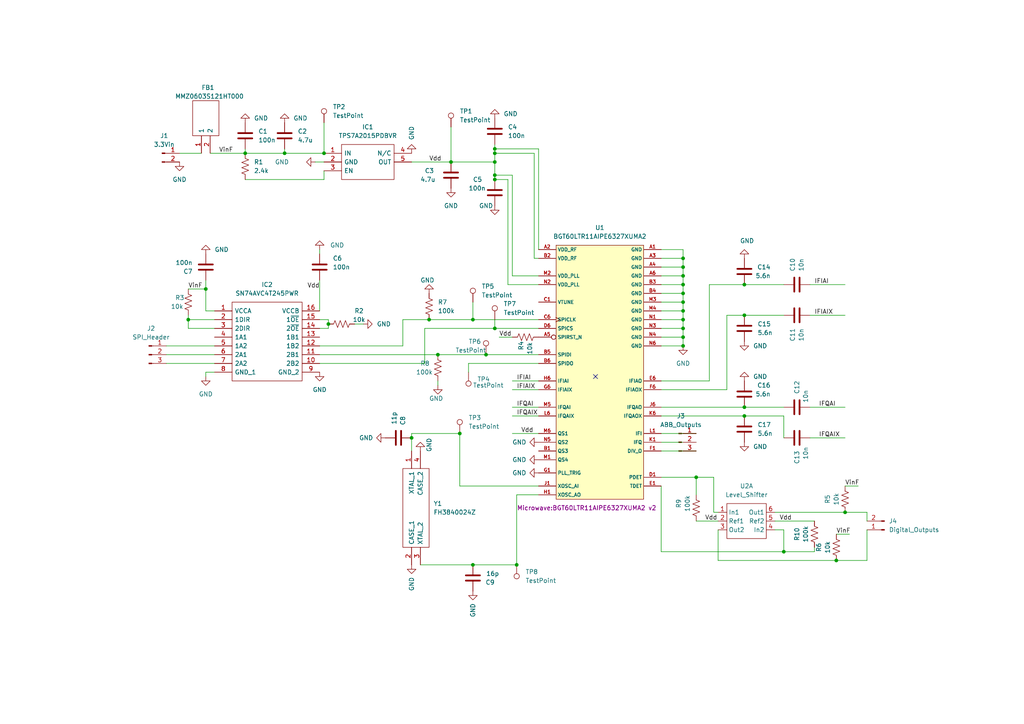
<source format=kicad_sch>
(kicad_sch (version 20211123) (generator eeschema)

  (uuid 13aad9bf-8a48-4972-b77a-03f76e9a011d)

  (paper "A4")

  (lib_symbols
    (symbol "Connector:Conn_01x02_Male" (pin_names (offset 1.016) hide) (in_bom yes) (on_board yes)
      (property "Reference" "J" (id 0) (at 0 2.54 0)
        (effects (font (size 1.27 1.27)))
      )
      (property "Value" "Conn_01x02_Male" (id 1) (at 0 -5.08 0)
        (effects (font (size 1.27 1.27)))
      )
      (property "Footprint" "" (id 2) (at 0 0 0)
        (effects (font (size 1.27 1.27)) hide)
      )
      (property "Datasheet" "~" (id 3) (at 0 0 0)
        (effects (font (size 1.27 1.27)) hide)
      )
      (property "ki_keywords" "connector" (id 4) (at 0 0 0)
        (effects (font (size 1.27 1.27)) hide)
      )
      (property "ki_description" "Generic connector, single row, 01x02, script generated (kicad-library-utils/schlib/autogen/connector/)" (id 5) (at 0 0 0)
        (effects (font (size 1.27 1.27)) hide)
      )
      (property "ki_fp_filters" "Connector*:*_1x??_*" (id 6) (at 0 0 0)
        (effects (font (size 1.27 1.27)) hide)
      )
      (symbol "Conn_01x02_Male_1_1"
        (polyline
          (pts
            (xy 1.27 -2.54)
            (xy 0.8636 -2.54)
          )
          (stroke (width 0.1524) (type default) (color 0 0 0 0))
          (fill (type none))
        )
        (polyline
          (pts
            (xy 1.27 0)
            (xy 0.8636 0)
          )
          (stroke (width 0.1524) (type default) (color 0 0 0 0))
          (fill (type none))
        )
        (rectangle (start 0.8636 -2.413) (end 0 -2.667)
          (stroke (width 0.1524) (type default) (color 0 0 0 0))
          (fill (type outline))
        )
        (rectangle (start 0.8636 0.127) (end 0 -0.127)
          (stroke (width 0.1524) (type default) (color 0 0 0 0))
          (fill (type outline))
        )
        (pin passive line (at 5.08 0 180) (length 3.81)
          (name "Pin_1" (effects (font (size 1.27 1.27))))
          (number "1" (effects (font (size 1.27 1.27))))
        )
        (pin passive line (at 5.08 -2.54 180) (length 3.81)
          (name "Pin_2" (effects (font (size 1.27 1.27))))
          (number "2" (effects (font (size 1.27 1.27))))
        )
      )
    )
    (symbol "Connector:Conn_01x03_Male" (pin_names (offset 1.016) hide) (in_bom yes) (on_board yes)
      (property "Reference" "J" (id 0) (at 0 5.08 0)
        (effects (font (size 1.27 1.27)))
      )
      (property "Value" "Conn_01x03_Male" (id 1) (at 0 -5.08 0)
        (effects (font (size 1.27 1.27)))
      )
      (property "Footprint" "" (id 2) (at 0 0 0)
        (effects (font (size 1.27 1.27)) hide)
      )
      (property "Datasheet" "~" (id 3) (at 0 0 0)
        (effects (font (size 1.27 1.27)) hide)
      )
      (property "ki_keywords" "connector" (id 4) (at 0 0 0)
        (effects (font (size 1.27 1.27)) hide)
      )
      (property "ki_description" "Generic connector, single row, 01x03, script generated (kicad-library-utils/schlib/autogen/connector/)" (id 5) (at 0 0 0)
        (effects (font (size 1.27 1.27)) hide)
      )
      (property "ki_fp_filters" "Connector*:*_1x??_*" (id 6) (at 0 0 0)
        (effects (font (size 1.27 1.27)) hide)
      )
      (symbol "Conn_01x03_Male_1_1"
        (polyline
          (pts
            (xy 1.27 -2.54)
            (xy 0.8636 -2.54)
          )
          (stroke (width 0.1524) (type default) (color 0 0 0 0))
          (fill (type none))
        )
        (polyline
          (pts
            (xy 1.27 0)
            (xy 0.8636 0)
          )
          (stroke (width 0.1524) (type default) (color 0 0 0 0))
          (fill (type none))
        )
        (polyline
          (pts
            (xy 1.27 2.54)
            (xy 0.8636 2.54)
          )
          (stroke (width 0.1524) (type default) (color 0 0 0 0))
          (fill (type none))
        )
        (rectangle (start 0.8636 -2.413) (end 0 -2.667)
          (stroke (width 0.1524) (type default) (color 0 0 0 0))
          (fill (type outline))
        )
        (rectangle (start 0.8636 0.127) (end 0 -0.127)
          (stroke (width 0.1524) (type default) (color 0 0 0 0))
          (fill (type outline))
        )
        (rectangle (start 0.8636 2.667) (end 0 2.413)
          (stroke (width 0.1524) (type default) (color 0 0 0 0))
          (fill (type outline))
        )
        (pin passive line (at 5.08 2.54 180) (length 3.81)
          (name "Pin_1" (effects (font (size 1.27 1.27))))
          (number "1" (effects (font (size 1.27 1.27))))
        )
        (pin passive line (at 5.08 0 180) (length 3.81)
          (name "Pin_2" (effects (font (size 1.27 1.27))))
          (number "2" (effects (font (size 1.27 1.27))))
        )
        (pin passive line (at 5.08 -2.54 180) (length 3.81)
          (name "Pin_3" (effects (font (size 1.27 1.27))))
          (number "3" (effects (font (size 1.27 1.27))))
        )
      )
    )
    (symbol "Connector:TestPoint" (pin_numbers hide) (pin_names (offset 0.762) hide) (in_bom yes) (on_board yes)
      (property "Reference" "TP" (id 0) (at 0 6.858 0)
        (effects (font (size 1.27 1.27)))
      )
      (property "Value" "TestPoint" (id 1) (at 0 5.08 0)
        (effects (font (size 1.27 1.27)))
      )
      (property "Footprint" "" (id 2) (at 5.08 0 0)
        (effects (font (size 1.27 1.27)) hide)
      )
      (property "Datasheet" "~" (id 3) (at 5.08 0 0)
        (effects (font (size 1.27 1.27)) hide)
      )
      (property "ki_keywords" "test point tp" (id 4) (at 0 0 0)
        (effects (font (size 1.27 1.27)) hide)
      )
      (property "ki_description" "test point" (id 5) (at 0 0 0)
        (effects (font (size 1.27 1.27)) hide)
      )
      (property "ki_fp_filters" "Pin* Test*" (id 6) (at 0 0 0)
        (effects (font (size 1.27 1.27)) hide)
      )
      (symbol "TestPoint_0_1"
        (circle (center 0 3.302) (radius 0.762)
          (stroke (width 0) (type default) (color 0 0 0 0))
          (fill (type none))
        )
      )
      (symbol "TestPoint_1_1"
        (pin passive line (at 0 0 90) (length 2.54)
          (name "1" (effects (font (size 1.27 1.27))))
          (number "1" (effects (font (size 1.27 1.27))))
        )
      )
    )
    (symbol "Device:C" (pin_numbers hide) (pin_names (offset 0.254)) (in_bom yes) (on_board yes)
      (property "Reference" "C" (id 0) (at 0.635 2.54 0)
        (effects (font (size 1.27 1.27)) (justify left))
      )
      (property "Value" "C" (id 1) (at 0.635 -2.54 0)
        (effects (font (size 1.27 1.27)) (justify left))
      )
      (property "Footprint" "" (id 2) (at 0.9652 -3.81 0)
        (effects (font (size 1.27 1.27)) hide)
      )
      (property "Datasheet" "~" (id 3) (at 0 0 0)
        (effects (font (size 1.27 1.27)) hide)
      )
      (property "ki_keywords" "cap capacitor" (id 4) (at 0 0 0)
        (effects (font (size 1.27 1.27)) hide)
      )
      (property "ki_description" "Unpolarized capacitor" (id 5) (at 0 0 0)
        (effects (font (size 1.27 1.27)) hide)
      )
      (property "ki_fp_filters" "C_*" (id 6) (at 0 0 0)
        (effects (font (size 1.27 1.27)) hide)
      )
      (symbol "C_0_1"
        (polyline
          (pts
            (xy -2.032 -0.762)
            (xy 2.032 -0.762)
          )
          (stroke (width 0.508) (type default) (color 0 0 0 0))
          (fill (type none))
        )
        (polyline
          (pts
            (xy -2.032 0.762)
            (xy 2.032 0.762)
          )
          (stroke (width 0.508) (type default) (color 0 0 0 0))
          (fill (type none))
        )
      )
      (symbol "C_1_1"
        (pin passive line (at 0 3.81 270) (length 2.794)
          (name "~" (effects (font (size 1.27 1.27))))
          (number "1" (effects (font (size 1.27 1.27))))
        )
        (pin passive line (at 0 -3.81 90) (length 2.794)
          (name "~" (effects (font (size 1.27 1.27))))
          (number "2" (effects (font (size 1.27 1.27))))
        )
      )
    )
    (symbol "Device:R_US" (pin_numbers hide) (pin_names (offset 0)) (in_bom yes) (on_board yes)
      (property "Reference" "R" (id 0) (at 2.54 0 90)
        (effects (font (size 1.27 1.27)))
      )
      (property "Value" "R_US" (id 1) (at -2.54 0 90)
        (effects (font (size 1.27 1.27)))
      )
      (property "Footprint" "" (id 2) (at 1.016 -0.254 90)
        (effects (font (size 1.27 1.27)) hide)
      )
      (property "Datasheet" "~" (id 3) (at 0 0 0)
        (effects (font (size 1.27 1.27)) hide)
      )
      (property "ki_keywords" "R res resistor" (id 4) (at 0 0 0)
        (effects (font (size 1.27 1.27)) hide)
      )
      (property "ki_description" "Resistor, US symbol" (id 5) (at 0 0 0)
        (effects (font (size 1.27 1.27)) hide)
      )
      (property "ki_fp_filters" "R_*" (id 6) (at 0 0 0)
        (effects (font (size 1.27 1.27)) hide)
      )
      (symbol "R_US_0_1"
        (polyline
          (pts
            (xy 0 -2.286)
            (xy 0 -2.54)
          )
          (stroke (width 0) (type default) (color 0 0 0 0))
          (fill (type none))
        )
        (polyline
          (pts
            (xy 0 2.286)
            (xy 0 2.54)
          )
          (stroke (width 0) (type default) (color 0 0 0 0))
          (fill (type none))
        )
        (polyline
          (pts
            (xy 0 -0.762)
            (xy 1.016 -1.143)
            (xy 0 -1.524)
            (xy -1.016 -1.905)
            (xy 0 -2.286)
          )
          (stroke (width 0) (type default) (color 0 0 0 0))
          (fill (type none))
        )
        (polyline
          (pts
            (xy 0 0.762)
            (xy 1.016 0.381)
            (xy 0 0)
            (xy -1.016 -0.381)
            (xy 0 -0.762)
          )
          (stroke (width 0) (type default) (color 0 0 0 0))
          (fill (type none))
        )
        (polyline
          (pts
            (xy 0 2.286)
            (xy 1.016 1.905)
            (xy 0 1.524)
            (xy -1.016 1.143)
            (xy 0 0.762)
          )
          (stroke (width 0) (type default) (color 0 0 0 0))
          (fill (type none))
        )
      )
      (symbol "R_US_1_1"
        (pin passive line (at 0 3.81 270) (length 1.27)
          (name "~" (effects (font (size 1.27 1.27))))
          (number "1" (effects (font (size 1.27 1.27))))
        )
        (pin passive line (at 0 -3.81 90) (length 1.27)
          (name "~" (effects (font (size 1.27 1.27))))
          (number "2" (effects (font (size 1.27 1.27))))
        )
      )
    )
    (symbol "Microwave_Sensor:BGT60LTR11AIPE6327XUMA2" (in_bom yes) (on_board yes)
      (property "Reference" "U1" (id 0) (at -1.27 26.67 0)
        (effects (font (size 1.27 1.27)))
      )
      (property "Value" "BGT60LTR11AIPE6327XUMA2" (id 1) (at -1.27 24.13 0)
        (effects (font (size 1.27 1.27)))
      )
      (property "Footprint" "Microwave:BGT60LTR11AIPE6327XUMA2" (id 2) (at -1.27 -54.61 0)
        (effects (font (size 1.27 1.27)))
      )
      (property "Datasheet" "" (id 3) (at 0 -1.27 0)
        (effects (font (size 1.27 1.27)) hide)
      )
      (symbol "BGT60LTR11AIPE6327XUMA2_0_1"
        (rectangle (start -13.97 21.59) (end 11.43 -52.07)
          (stroke (width 0) (type default) (color 0 0 0 0))
          (fill (type background))
        )
      )
      (symbol "BGT60LTR11AIPE6327XUMA2_1_1"
        (pin power_in line (at 16.51 20.32 180) (length 5)
          (name "GND" (effects (font (size 1 1))))
          (number "A1" (effects (font (size 1 1))))
        )
        (pin power_in line (at -19.05 20.32 0) (length 5)
          (name "VDD_RF" (effects (font (size 1 1))))
          (number "A2" (effects (font (size 1 1))))
        )
        (pin power_in line (at 16.51 17.78 180) (length 5)
          (name "GND" (effects (font (size 1 1))))
          (number "A3" (effects (font (size 1 1))))
        )
        (pin power_in line (at 16.51 15.24 180) (length 5)
          (name "GND" (effects (font (size 1 1))))
          (number "A4" (effects (font (size 1 1))))
        )
        (pin input inverted (at -19.05 -5.08 0) (length 5)
          (name "SPIRST_N" (effects (font (size 1 1))))
          (number "A5" (effects (font (size 1 1))))
        )
        (pin power_in line (at 16.51 12.7 180) (length 5)
          (name "GND" (effects (font (size 1 1))))
          (number "A6" (effects (font (size 1 1))))
        )
        (pin input line (at -19.05 -38.1 0) (length 5)
          (name "QS3" (effects (font (size 1 1))))
          (number "B1" (effects (font (size 1 1))))
        )
        (pin power_in line (at -19.05 17.78 0) (length 5)
          (name "VDD_RF" (effects (font (size 1 1))))
          (number "B2" (effects (font (size 1 1))))
        )
        (pin power_in line (at 16.51 10.16 180) (length 5)
          (name "GND" (effects (font (size 1 1))))
          (number "B3" (effects (font (size 1 1))))
        )
        (pin power_in line (at 16.51 7.62 180) (length 5)
          (name "GND" (effects (font (size 1 1))))
          (number "B4" (effects (font (size 1 1))))
        )
        (pin input line (at -19.05 -10.16 0) (length 5)
          (name "SPIDI" (effects (font (size 1 1))))
          (number "B5" (effects (font (size 1 1))))
        )
        (pin output line (at -19.05 -12.7 0) (length 5)
          (name "SPIDO" (effects (font (size 1 1))))
          (number "B6" (effects (font (size 1 1))))
        )
        (pin input line (at -19.05 5.08 0) (length 5)
          (name "VTUNE" (effects (font (size 1 1))))
          (number "C1" (effects (font (size 1 1))))
        )
        (pin input clock (at -19.05 0 0) (length 5)
          (name "SPICLK" (effects (font (size 1 1))))
          (number "C6" (effects (font (size 1 1))))
        )
        (pin output line (at 16.51 -45.72 180) (length 5)
          (name "PDET" (effects (font (size 1 1))))
          (number "D1" (effects (font (size 1 1))))
        )
        (pin input line (at -19.05 -2.54 0) (length 5)
          (name "SPICS" (effects (font (size 1 1))))
          (number "D6" (effects (font (size 1 1))))
        )
        (pin output line (at 16.51 -48.26 180) (length 5)
          (name "TDET" (effects (font (size 1 1))))
          (number "E1" (effects (font (size 1 1))))
        )
        (pin output line (at 16.51 -17.78 180) (length 5)
          (name "IFIAO" (effects (font (size 1 1))))
          (number "E6" (effects (font (size 1 1))))
        )
        (pin output line (at 16.51 -38.1 180) (length 5)
          (name "DIV_O" (effects (font (size 1 1))))
          (number "F1" (effects (font (size 1 1))))
        )
        (pin output line (at 16.51 -20.32 180) (length 5)
          (name "IFIAOX" (effects (font (size 1 1))))
          (number "F6" (effects (font (size 1 1))))
        )
        (pin input line (at -19.05 -44.45 0) (length 5)
          (name "PLL_TRIG" (effects (font (size 1 1))))
          (number "G1" (effects (font (size 1 1))))
        )
        (pin input line (at -19.05 -20.32 0) (length 5)
          (name "IFIAIX" (effects (font (size 1 1))))
          (number "G6" (effects (font (size 1 1))))
        )
        (pin output line (at -19.05 -50.8 0) (length 5)
          (name "XOSC_AO" (effects (font (size 1 1))))
          (number "H1" (effects (font (size 1 1))))
        )
        (pin input line (at -19.05 -17.78 0) (length 5)
          (name "IFIAI" (effects (font (size 1 1))))
          (number "H6" (effects (font (size 1 1))))
        )
        (pin input line (at -19.05 -48.26 0) (length 5)
          (name "XOSC_AI" (effects (font (size 1 1))))
          (number "J1" (effects (font (size 1 1))))
        )
        (pin output line (at 16.51 -25.4 180) (length 5)
          (name "IFQAO" (effects (font (size 1 1))))
          (number "J6" (effects (font (size 1 1))))
        )
        (pin output line (at 16.51 -35.56 180) (length 5)
          (name "IFQ" (effects (font (size 1 1))))
          (number "K1" (effects (font (size 1 1))))
        )
        (pin output line (at 16.51 -27.94 180) (length 5)
          (name "IFQAOX" (effects (font (size 1 1))))
          (number "K6" (effects (font (size 1 1))))
        )
        (pin output line (at 16.51 -33.02 180) (length 5)
          (name "IFI" (effects (font (size 1 1))))
          (number "L1" (effects (font (size 1 1))))
        )
        (pin input line (at -19.05 -27.94 0) (length 5)
          (name "IFQAIX" (effects (font (size 1 1))))
          (number "L6" (effects (font (size 1 1))))
        )
        (pin input line (at -19.05 -40.64 0) (length 5)
          (name "QS4" (effects (font (size 1 1))))
          (number "M1" (effects (font (size 1 1))))
        )
        (pin power_in line (at -19.05 12.7 0) (length 5)
          (name "VDD_PLL" (effects (font (size 1 1))))
          (number "M2" (effects (font (size 1 1))))
        )
        (pin power_in line (at 16.51 5.08 180) (length 5)
          (name "GND" (effects (font (size 1 1))))
          (number "M3" (effects (font (size 1 1))))
        )
        (pin power_in line (at 16.51 2.54 180) (length 5)
          (name "GND" (effects (font (size 1 1))))
          (number "M4" (effects (font (size 1 1))))
        )
        (pin input line (at -19.05 -25.4 0) (length 5)
          (name "IFQAI" (effects (font (size 1 1))))
          (number "M5" (effects (font (size 1 1))))
        )
        (pin input line (at -19.05 -33.02 0) (length 5)
          (name "QS1" (effects (font (size 1 1))))
          (number "M6" (effects (font (size 1 1))))
        )
        (pin power_in line (at 16.51 0 180) (length 5)
          (name "GND" (effects (font (size 1 1))))
          (number "N1" (effects (font (size 1 1))))
        )
        (pin power_in line (at -19.05 10.16 0) (length 5)
          (name "VDD_PLL" (effects (font (size 1 1))))
          (number "N2" (effects (font (size 1 1))))
        )
        (pin power_in line (at 16.51 -2.54 180) (length 5)
          (name "GND" (effects (font (size 1 1))))
          (number "N3" (effects (font (size 1 1))))
        )
        (pin power_in line (at 16.51 -5.08 180) (length 5)
          (name "GND" (effects (font (size 1 1))))
          (number "N4" (effects (font (size 1 1))))
        )
        (pin input line (at -19.05 -35.56 0) (length 5)
          (name "QS2" (effects (font (size 1 1))))
          (number "N5" (effects (font (size 1 1))))
        )
        (pin power_in line (at 16.51 -7.62 180) (length 5)
          (name "GND" (effects (font (size 1 1))))
          (number "N6" (effects (font (size 1 1))))
        )
      )
    )
    (symbol "Microwave_Sensor:Level_Shifter" (in_bom yes) (on_board yes)
      (property "Reference" "U" (id 0) (at -5.08 -2.54 0)
        (effects (font (size 1.27 1.27)))
      )
      (property "Value" "Level_Shifter" (id 1) (at 0 0 0)
        (effects (font (size 1.27 1.27)))
      )
      (property "Footprint" "" (id 2) (at 0 0 0)
        (effects (font (size 1.27 1.27)) hide)
      )
      (property "Datasheet" "" (id 3) (at 0 0 0)
        (effects (font (size 1.27 1.27)) hide)
      )
      (symbol "Level_Shifter_0_1"
        (rectangle (start -6.35 -3.81) (end 5.08 -13.97)
          (stroke (width 0) (type default) (color 0 0 0 0))
          (fill (type none))
        )
      )
      (symbol "Level_Shifter_1_1"
        (pin input line (at -8.89 -6.35 0) (length 2.54)
          (name "In1" (effects (font (size 1.27 1.27))))
          (number "1" (effects (font (size 1.27 1.27))))
        )
        (pin input line (at -8.89 -8.89 0) (length 2.54)
          (name "Ref1" (effects (font (size 1.27 1.27))))
          (number "2" (effects (font (size 1.27 1.27))))
        )
        (pin output line (at -8.89 -11.43 0) (length 2.54)
          (name "Out2" (effects (font (size 1.27 1.27))))
          (number "3" (effects (font (size 1.27 1.27))))
        )
        (pin input line (at 7.62 -11.43 180) (length 2.54)
          (name "In2" (effects (font (size 1.27 1.27))))
          (number "4" (effects (font (size 1.27 1.27))))
        )
        (pin input line (at 7.62 -8.89 180) (length 2.54)
          (name "Ref2" (effects (font (size 1.27 1.27))))
          (number "5" (effects (font (size 1.27 1.27))))
        )
        (pin input line (at 7.62 -6.35 180) (length 2.54)
          (name "Out1" (effects (font (size 1.27 1.27))))
          (number "6" (effects (font (size 1.27 1.27))))
        )
      )
      (symbol "Level_Shifter_2_1"
        (pin input line (at -8.89 -6.35 0) (length 2.54)
          (name "In1" (effects (font (size 1.27 1.27))))
          (number "1-UB" (effects (font (size 1.27 1.27))))
        )
      )
    )
    (symbol "SamacSys_Parts:FH3840024Z" (pin_names (offset 0.762)) (in_bom yes) (on_board yes)
      (property "Reference" "Y" (id 0) (at 29.21 7.62 0)
        (effects (font (size 1.27 1.27)) (justify left))
      )
      (property "Value" "FH3840024Z" (id 1) (at 29.21 5.08 0)
        (effects (font (size 1.27 1.27)) (justify left))
      )
      (property "Footprint" "FH3840024Z" (id 2) (at 29.21 2.54 0)
        (effects (font (size 1.27 1.27)) (justify left) hide)
      )
      (property "Datasheet" "https://www.diodes.com/assets/Datasheets/FH.pdf" (id 3) (at 29.21 0 0)
        (effects (font (size 1.27 1.27)) (justify left) hide)
      )
      (property "Description" "Crystals 38.40MHz 8pF 10ppm -30 to +85" (id 4) (at 29.21 -2.54 0)
        (effects (font (size 1.27 1.27)) (justify left) hide)
      )
      (property "Height" "0.7" (id 5) (at 29.21 -5.08 0)
        (effects (font (size 1.27 1.27)) (justify left) hide)
      )
      (property "Mouser Part Number" "729-FH3840024Z" (id 6) (at 29.21 -7.62 0)
        (effects (font (size 1.27 1.27)) (justify left) hide)
      )
      (property "Mouser Price/Stock" "https://www.mouser.co.uk/ProductDetail/Diodes-Incorporated/FH3840024Z?qs=ZrPdAQfJ6DM4zEOiIaG6VA%3D%3D" (id 7) (at 29.21 -10.16 0)
        (effects (font (size 1.27 1.27)) (justify left) hide)
      )
      (property "Manufacturer_Name" "Diodes Inc." (id 8) (at 29.21 -12.7 0)
        (effects (font (size 1.27 1.27)) (justify left) hide)
      )
      (property "Manufacturer_Part_Number" "FH3840024Z" (id 9) (at 29.21 -15.24 0)
        (effects (font (size 1.27 1.27)) (justify left) hide)
      )
      (property "ki_description" "Crystals 38.40MHz 8pF 10ppm -30 to +85" (id 10) (at 0 0 0)
        (effects (font (size 1.27 1.27)) hide)
      )
      (symbol "FH3840024Z_0_0"
        (pin passive line (at 0 -2.54 0) (length 5.08)
          (name "XTAL_1" (effects (font (size 1.27 1.27))))
          (number "1" (effects (font (size 1.27 1.27))))
        )
        (pin passive line (at 33.02 -2.54 180) (length 5.08)
          (name "CASE_1" (effects (font (size 1.27 1.27))))
          (number "2" (effects (font (size 1.27 1.27))))
        )
        (pin passive line (at 33.02 0 180) (length 5.08)
          (name "XTAL_2" (effects (font (size 1.27 1.27))))
          (number "3" (effects (font (size 1.27 1.27))))
        )
        (pin passive line (at 0 0 0) (length 5.08)
          (name "CASE_2" (effects (font (size 1.27 1.27))))
          (number "4" (effects (font (size 1.27 1.27))))
        )
      )
      (symbol "FH3840024Z_0_1"
        (polyline
          (pts
            (xy 5.08 2.54)
            (xy 27.94 2.54)
            (xy 27.94 -5.08)
            (xy 5.08 -5.08)
            (xy 5.08 2.54)
          )
          (stroke (width 0.1524) (type default) (color 0 0 0 0))
          (fill (type none))
        )
      )
    )
    (symbol "SamacSys_Parts:MMZ0603S121HT000" (pin_names (offset 0.762)) (in_bom yes) (on_board yes)
      (property "Reference" "FB" (id 0) (at 16.51 7.62 0)
        (effects (font (size 1.27 1.27)) (justify left))
      )
      (property "Value" "MMZ0603S121HT000" (id 1) (at 16.51 5.08 0)
        (effects (font (size 1.27 1.27)) (justify left))
      )
      (property "Footprint" "BEADC0603X33N" (id 2) (at 16.51 2.54 0)
        (effects (font (size 1.27 1.27)) (justify left) hide)
      )
      (property "Datasheet" "https://product.tdk.com/system/files/dam/doc/product/emc/emc/beads/catalog/beads_commercial_signal_mmz0603-h_en.pdf" (id 3) (at 16.51 0 0)
        (effects (font (size 1.27 1.27)) (justify left) hide)
      )
      (property "Description" "120 Ohms @ 100MHz 1 Signal Line Ferrite Bead 0201 (0603 Metric) 480mA 220mOhm" (id 4) (at 16.51 -2.54 0)
        (effects (font (size 1.27 1.27)) (justify left) hide)
      )
      (property "Height" "0.33" (id 5) (at 16.51 -5.08 0)
        (effects (font (size 1.27 1.27)) (justify left) hide)
      )
      (property "Mouser Part Number" "810-MMZ0603S121HT000" (id 6) (at 16.51 -7.62 0)
        (effects (font (size 1.27 1.27)) (justify left) hide)
      )
      (property "Mouser Price/Stock" "https://www.mouser.co.uk/ProductDetail/TDK/MMZ0603S121HT000?qs=hpwIUhX6lWwezZzYBwq0YA%3D%3D" (id 7) (at 16.51 -10.16 0)
        (effects (font (size 1.27 1.27)) (justify left) hide)
      )
      (property "Manufacturer_Name" "TDK" (id 8) (at 16.51 -12.7 0)
        (effects (font (size 1.27 1.27)) (justify left) hide)
      )
      (property "Manufacturer_Part_Number" "MMZ0603S121HT000" (id 9) (at 16.51 -15.24 0)
        (effects (font (size 1.27 1.27)) (justify left) hide)
      )
      (property "ki_description" "120 Ohms @ 100MHz 1 Signal Line Ferrite Bead 0201 (0603 Metric) 480mA 220mOhm" (id 10) (at 0 0 0)
        (effects (font (size 1.27 1.27)) hide)
      )
      (symbol "MMZ0603S121HT000_0_0"
        (pin passive line (at 0 0 0) (length 5.08)
          (name "1" (effects (font (size 1.27 1.27))))
          (number "1" (effects (font (size 1.27 1.27))))
        )
        (pin passive line (at 0 -2.54 0) (length 5.08)
          (name "2" (effects (font (size 1.27 1.27))))
          (number "2" (effects (font (size 1.27 1.27))))
        )
      )
      (symbol "MMZ0603S121HT000_0_1"
        (polyline
          (pts
            (xy 5.08 2.54)
            (xy 15.24 2.54)
            (xy 15.24 -5.08)
            (xy 5.08 -5.08)
            (xy 5.08 2.54)
          )
          (stroke (width 0.1524) (type default) (color 0 0 0 0))
          (fill (type none))
        )
      )
    )
    (symbol "SamacSys_Parts:SN74AVC4T245PWR" (pin_names (offset 0.762)) (in_bom yes) (on_board yes)
      (property "Reference" "IC" (id 0) (at 26.67 7.62 0)
        (effects (font (size 1.27 1.27)) (justify left))
      )
      (property "Value" "SN74AVC4T245PWR" (id 1) (at 26.67 5.08 0)
        (effects (font (size 1.27 1.27)) (justify left))
      )
      (property "Footprint" "SOP65P640X120-16N" (id 2) (at 26.67 2.54 0)
        (effects (font (size 1.27 1.27)) (justify left) hide)
      )
      (property "Datasheet" "http://www.ti.com/lit/gpn/sn74avc4t245" (id 3) (at 26.67 0 0)
        (effects (font (size 1.27 1.27)) (justify left) hide)
      )
      (property "Description" "4-Bit Dual-Supply Bus Transceiver with Configurable Voltage-Level Shifting and 3-State Outputs" (id 4) (at 26.67 -2.54 0)
        (effects (font (size 1.27 1.27)) (justify left) hide)
      )
      (property "Height" "1.2" (id 5) (at 26.67 -5.08 0)
        (effects (font (size 1.27 1.27)) (justify left) hide)
      )
      (property "Mouser Part Number" "595-SN74AVC4T245PWR" (id 6) (at 26.67 -7.62 0)
        (effects (font (size 1.27 1.27)) (justify left) hide)
      )
      (property "Mouser Price/Stock" "https://www.mouser.co.uk/ProductDetail/Texas-Instruments/SN74AVC4T245PWR?qs=eXyjQBh9UFjikDDZFUGXXQ%3D%3D" (id 7) (at 26.67 -10.16 0)
        (effects (font (size 1.27 1.27)) (justify left) hide)
      )
      (property "Manufacturer_Name" "Texas Instruments" (id 8) (at 26.67 -12.7 0)
        (effects (font (size 1.27 1.27)) (justify left) hide)
      )
      (property "Manufacturer_Part_Number" "SN74AVC4T245PWR" (id 9) (at 26.67 -15.24 0)
        (effects (font (size 1.27 1.27)) (justify left) hide)
      )
      (property "ki_description" "4-Bit Dual-Supply Bus Transceiver with Configurable Voltage-Level Shifting and 3-State Outputs" (id 10) (at 0 0 0)
        (effects (font (size 1.27 1.27)) hide)
      )
      (symbol "SN74AVC4T245PWR_0_0"
        (pin passive line (at 0 0 0) (length 5.08)
          (name "VCCA" (effects (font (size 1.27 1.27))))
          (number "1" (effects (font (size 1.27 1.27))))
        )
        (pin passive line (at 30.48 -15.24 180) (length 5.08)
          (name "2B2" (effects (font (size 1.27 1.27))))
          (number "10" (effects (font (size 1.27 1.27))))
        )
        (pin passive line (at 30.48 -12.7 180) (length 5.08)
          (name "2B1" (effects (font (size 1.27 1.27))))
          (number "11" (effects (font (size 1.27 1.27))))
        )
        (pin passive line (at 30.48 -10.16 180) (length 5.08)
          (name "1B2" (effects (font (size 1.27 1.27))))
          (number "12" (effects (font (size 1.27 1.27))))
        )
        (pin passive line (at 30.48 -7.62 180) (length 5.08)
          (name "1B1" (effects (font (size 1.27 1.27))))
          (number "13" (effects (font (size 1.27 1.27))))
        )
        (pin passive line (at 30.48 -5.08 180) (length 5.08)
          (name "2~{OE}" (effects (font (size 1.27 1.27))))
          (number "14" (effects (font (size 1.27 1.27))))
        )
        (pin passive line (at 30.48 -2.54 180) (length 5.08)
          (name "1~{OE}" (effects (font (size 1.27 1.27))))
          (number "15" (effects (font (size 1.27 1.27))))
        )
        (pin passive line (at 30.48 0 180) (length 5.08)
          (name "VCCB" (effects (font (size 1.27 1.27))))
          (number "16" (effects (font (size 1.27 1.27))))
        )
        (pin passive line (at 0 -2.54 0) (length 5.08)
          (name "1DIR" (effects (font (size 1.27 1.27))))
          (number "2" (effects (font (size 1.27 1.27))))
        )
        (pin passive line (at 0 -5.08 0) (length 5.08)
          (name "2DIR" (effects (font (size 1.27 1.27))))
          (number "3" (effects (font (size 1.27 1.27))))
        )
        (pin passive line (at 0 -7.62 0) (length 5.08)
          (name "1A1" (effects (font (size 1.27 1.27))))
          (number "4" (effects (font (size 1.27 1.27))))
        )
        (pin passive line (at 0 -10.16 0) (length 5.08)
          (name "1A2" (effects (font (size 1.27 1.27))))
          (number "5" (effects (font (size 1.27 1.27))))
        )
        (pin passive line (at 0 -12.7 0) (length 5.08)
          (name "2A1" (effects (font (size 1.27 1.27))))
          (number "6" (effects (font (size 1.27 1.27))))
        )
        (pin passive line (at 0 -15.24 0) (length 5.08)
          (name "2A2" (effects (font (size 1.27 1.27))))
          (number "7" (effects (font (size 1.27 1.27))))
        )
        (pin passive line (at 0 -17.78 0) (length 5.08)
          (name "GND_1" (effects (font (size 1.27 1.27))))
          (number "8" (effects (font (size 1.27 1.27))))
        )
        (pin passive line (at 30.48 -17.78 180) (length 5.08)
          (name "GND_2" (effects (font (size 1.27 1.27))))
          (number "9" (effects (font (size 1.27 1.27))))
        )
      )
      (symbol "SN74AVC4T245PWR_0_1"
        (polyline
          (pts
            (xy 5.08 2.54)
            (xy 25.4 2.54)
            (xy 25.4 -20.32)
            (xy 5.08 -20.32)
            (xy 5.08 2.54)
          )
          (stroke (width 0.1524) (type default) (color 0 0 0 0))
          (fill (type none))
        )
      )
    )
    (symbol "SamacSys_Parts:TPS7A2015PDBVR" (pin_names (offset 0.762)) (in_bom yes) (on_board yes)
      (property "Reference" "IC1" (id 0) (at 12.7 7.62 0)
        (effects (font (size 1.27 1.27)))
      )
      (property "Value" "TPS7A2015PDBVR" (id 1) (at 12.7 5.08 0)
        (effects (font (size 1.27 1.27)))
      )
      (property "Footprint" "SOT95P280X145-5N" (id 2) (at 21.59 2.54 0)
        (effects (font (size 1.27 1.27)) (justify left) hide)
      )
      (property "Datasheet" "https://www.ti.com/lit/gpn/tps7a20" (id 3) (at 21.59 0 0)
        (effects (font (size 1.27 1.27)) (justify left) hide)
      )
      (property "Description" "LDO Voltage Regulators 300-mA, ultra-low-noise, low-IQ, low-dropout (LDO) linear regulator with high PSRR" (id 4) (at 21.59 -2.54 0)
        (effects (font (size 1.27 1.27)) (justify left) hide)
      )
      (property "Height" "1.45" (id 5) (at 21.59 -5.08 0)
        (effects (font (size 1.27 1.27)) (justify left) hide)
      )
      (property "Manufacturer_Name" "Texas Instruments" (id 6) (at 21.59 -7.62 0)
        (effects (font (size 1.27 1.27)) (justify left) hide)
      )
      (property "Manufacturer_Part_Number" "TPS7A2015PDBVR" (id 7) (at 21.59 -10.16 0)
        (effects (font (size 1.27 1.27)) (justify left) hide)
      )
      (property "Mouser Part Number" "595-TPS7A2015PDBVR" (id 8) (at 21.59 -12.7 0)
        (effects (font (size 1.27 1.27)) (justify left) hide)
      )
      (property "Mouser Price/Stock" "https://www.mouser.co.uk/ProductDetail/Texas-Instruments/TPS7A2015PDBVR?qs=Jslch3jnSjkwbkhGCSndxA%3D%3D" (id 9) (at 21.59 -15.24 0)
        (effects (font (size 1.27 1.27)) (justify left) hide)
      )
      (property "Arrow Part Number" "" (id 10) (at 21.59 -17.78 0)
        (effects (font (size 1.27 1.27)) (justify left) hide)
      )
      (property "Arrow Price/Stock" "" (id 11) (at 21.59 -20.32 0)
        (effects (font (size 1.27 1.27)) (justify left) hide)
      )
      (property "Mouser Testing Part Number" "" (id 12) (at 21.59 -22.86 0)
        (effects (font (size 1.27 1.27)) (justify left) hide)
      )
      (property "Mouser Testing Price/Stock" "" (id 13) (at 21.59 -25.4 0)
        (effects (font (size 1.27 1.27)) (justify left) hide)
      )
      (property "ki_description" "LDO Voltage Regulators 300-mA, ultra-low-noise, low-IQ, low-dropout (LDO) linear regulator with high PSRR" (id 14) (at 0 0 0)
        (effects (font (size 1.27 1.27)) hide)
      )
      (symbol "TPS7A2015PDBVR_0_0"
        (pin passive line (at 0 0 0) (length 5.08)
          (name "IN" (effects (font (size 1.27 1.27))))
          (number "1" (effects (font (size 1.27 1.27))))
        )
        (pin passive line (at 0 -2.54 0) (length 5.08)
          (name "GND" (effects (font (size 1.27 1.27))))
          (number "2" (effects (font (size 1.27 1.27))))
        )
        (pin passive line (at 0 -5.08 0) (length 5.08)
          (name "EN" (effects (font (size 1.27 1.27))))
          (number "3" (effects (font (size 1.27 1.27))))
        )
        (pin unspecified line (at 25.4 0 180) (length 5.08)
          (name "N/C" (effects (font (size 1.27 1.27))))
          (number "4" (effects (font (size 1.27 1.27))))
        )
        (pin passive line (at 25.4 -2.54 180) (length 5.08)
          (name "OUT" (effects (font (size 1.27 1.27))))
          (number "5" (effects (font (size 1.27 1.27))))
        )
      )
      (symbol "TPS7A2015PDBVR_0_1"
        (polyline
          (pts
            (xy 5.08 2.54)
            (xy 20.32 2.54)
            (xy 20.32 -7.62)
            (xy 5.08 -7.62)
            (xy 5.08 2.54)
          )
          (stroke (width 0.1524) (type default) (color 0 0 0 0))
          (fill (type none))
        )
      )
    )
    (symbol "power:GND" (power) (pin_names (offset 0)) (in_bom yes) (on_board yes)
      (property "Reference" "#PWR" (id 0) (at 0 -6.35 0)
        (effects (font (size 1.27 1.27)) hide)
      )
      (property "Value" "GND" (id 1) (at 0 -3.81 0)
        (effects (font (size 1.27 1.27)))
      )
      (property "Footprint" "" (id 2) (at 0 0 0)
        (effects (font (size 1.27 1.27)) hide)
      )
      (property "Datasheet" "" (id 3) (at 0 0 0)
        (effects (font (size 1.27 1.27)) hide)
      )
      (property "ki_keywords" "power-flag" (id 4) (at 0 0 0)
        (effects (font (size 1.27 1.27)) hide)
      )
      (property "ki_description" "Power symbol creates a global label with name \"GND\" , ground" (id 5) (at 0 0 0)
        (effects (font (size 1.27 1.27)) hide)
      )
      (symbol "GND_0_1"
        (polyline
          (pts
            (xy 0 0)
            (xy 0 -1.27)
            (xy 1.27 -1.27)
            (xy 0 -2.54)
            (xy -1.27 -1.27)
            (xy 0 -1.27)
          )
          (stroke (width 0) (type default) (color 0 0 0 0))
          (fill (type none))
        )
      )
      (symbol "GND_1_1"
        (pin power_in line (at 0 0 270) (length 0) hide
          (name "GND" (effects (font (size 1.27 1.27))))
          (number "1" (effects (font (size 1.27 1.27))))
        )
      )
    )
  )

  (junction (at 198.12 97.79) (diameter 0) (color 0 0 0 0)
    (uuid 0d90e8d8-44c6-45f8-a625-7495d2276b06)
  )
  (junction (at 133.35 125.73) (diameter 0) (color 0 0 0 0)
    (uuid 0ee1a7f2-7e94-46f7-a4a2-1450e46b9226)
  )
  (junction (at 59.69 83.82) (diameter 0) (color 0 0 0 0)
    (uuid 0f18a1af-3ff5-4dc2-8cd3-4d0393261eeb)
  )
  (junction (at 198.12 87.63) (diameter 0) (color 0 0 0 0)
    (uuid 0feb145f-f101-48e1-8e8a-af0eb62d0a90)
  )
  (junction (at 137.16 163.83) (diameter 0) (color 0 0 0 0)
    (uuid 1bf7d9e0-a7f7-4ba9-94ee-4918c606fc3f)
  )
  (junction (at 198.12 100.33) (diameter 0) (color 0 0 0 0)
    (uuid 20ad8dc6-3fa2-4b43-8e7b-37c33bf29600)
  )
  (junction (at 227.33 160.02) (diameter 0) (color 0 0 0 0)
    (uuid 25e85bf6-b767-414b-bc5d-5f541f6c45cb)
  )
  (junction (at 149.86 163.83) (diameter 0) (color 0 0 0 0)
    (uuid 2b8fe01d-f8cc-4a41-b689-5536d3baf2b1)
  )
  (junction (at 198.12 77.47) (diameter 0) (color 0 0 0 0)
    (uuid 2e2ca49a-6bc3-4666-b3d6-ed70a2b476cb)
  )
  (junction (at 215.9 118.11) (diameter 0) (color 0 0 0 0)
    (uuid 2fba66d9-84f9-40b4-8f96-7db5cefb8810)
  )
  (junction (at 143.51 44.45) (diameter 0) (color 0 0 0 0)
    (uuid 326fe1e0-e443-449b-bd30-1cf4425c7d52)
  )
  (junction (at 119.38 127) (diameter 0) (color 0 0 0 0)
    (uuid 3f276419-7621-4049-855b-a59de4055432)
  )
  (junction (at 198.12 85.09) (diameter 0) (color 0 0 0 0)
    (uuid 4dee4a55-41fa-4202-96ab-884642ed8545)
  )
  (junction (at 198.12 80.01) (diameter 0) (color 0 0 0 0)
    (uuid 4eae9f1b-2499-423e-a19b-3c84dfd0c192)
  )
  (junction (at 93.98 44.45) (diameter 0) (color 0 0 0 0)
    (uuid 58f5055b-6651-4ac5-a986-cb4d6ccacf74)
  )
  (junction (at 143.51 95.25) (diameter 0) (color 0 0 0 0)
    (uuid 5b2c3b61-e381-4d0c-8329-d972a1ae5def)
  )
  (junction (at 82.55 44.45) (diameter 0) (color 0 0 0 0)
    (uuid 5c15cb32-1f64-4987-9eda-b5fcc81ab1c3)
  )
  (junction (at 140.97 102.87) (diameter 0) (color 0 0 0 0)
    (uuid 5e273c93-0e6b-4cf1-a4d6-c5b0b3ef9c23)
  )
  (junction (at 54.61 92.71) (diameter 0) (color 0 0 0 0)
    (uuid 606a9203-9189-4ccf-b3dc-252b7fa946c4)
  )
  (junction (at 198.12 92.71) (diameter 0) (color 0 0 0 0)
    (uuid 6e4e37b9-0a4e-45a6-b512-d88648d9a767)
  )
  (junction (at 130.81 46.99) (diameter 0) (color 0 0 0 0)
    (uuid 7e395ad2-5502-4f05-b957-10d6d240f954)
  )
  (junction (at 245.11 148.59) (diameter 0) (color 0 0 0 0)
    (uuid 802ec6e8-657b-4162-8976-bb5fe4dbf114)
  )
  (junction (at 198.12 82.55) (diameter 0) (color 0 0 0 0)
    (uuid 819283d1-6dbf-4af3-a04b-7cbfdcc5b7fc)
  )
  (junction (at 201.93 138.43) (diameter 0) (color 0 0 0 0)
    (uuid 84a91886-9aca-4e15-a6bd-c4952c3e0eda)
  )
  (junction (at 127 102.87) (diameter 0) (color 0 0 0 0)
    (uuid 8ebda85d-5471-41dd-89cb-a70bb19ebcef)
  )
  (junction (at 242.57 162.56) (diameter 0) (color 0 0 0 0)
    (uuid 96e2363e-6b44-4bce-8399-6bc88fe0a284)
  )
  (junction (at 71.12 44.45) (diameter 0) (color 0 0 0 0)
    (uuid 988162b9-011c-4ea5-a607-0445113311ed)
  )
  (junction (at 215.9 120.65) (diameter 0) (color 0 0 0 0)
    (uuid 991d5fac-6bfb-41a5-8997-b3a6263b83f0)
  )
  (junction (at 143.51 43.18) (diameter 0) (color 0 0 0 0)
    (uuid a10eed7a-6ab3-41f7-adf5-434c57bb5871)
  )
  (junction (at 137.16 92.71) (diameter 0) (color 0 0 0 0)
    (uuid a6279487-b11a-4095-95c4-5405631e91ba)
  )
  (junction (at 95.25 93.98) (diameter 0) (color 0 0 0 0)
    (uuid b81e860f-3e20-4e0e-bc69-6e494de6737b)
  )
  (junction (at 143.51 46.99) (diameter 0) (color 0 0 0 0)
    (uuid c432b204-394e-4071-ba7b-5bd7e374b1f1)
  )
  (junction (at 215.9 82.55) (diameter 0) (color 0 0 0 0)
    (uuid d6557409-b64a-4448-b2bc-14c6b7dc751e)
  )
  (junction (at 215.9 91.44) (diameter 0) (color 0 0 0 0)
    (uuid de76b9c8-2491-4144-a149-ce1dc226aa92)
  )
  (junction (at 143.51 52.07) (diameter 0) (color 0 0 0 0)
    (uuid e1a5cc65-ee57-43cc-8a79-21188e4b9d1d)
  )
  (junction (at 143.51 50.8) (diameter 0) (color 0 0 0 0)
    (uuid e68abda4-be9c-48d8-974d-6aced31c0b8c)
  )
  (junction (at 198.12 95.25) (diameter 0) (color 0 0 0 0)
    (uuid e7da7cb9-e0f4-4c54-8b80-eefcf17a3d2c)
  )
  (junction (at 124.46 92.71) (diameter 0) (color 0 0 0 0)
    (uuid ef6d051b-5123-401e-b38b-1320ace54eb6)
  )
  (junction (at 198.12 90.17) (diameter 0) (color 0 0 0 0)
    (uuid f5847201-112e-48ea-bda7-d8b4ab2ad0dc)
  )
  (junction (at 198.12 74.93) (diameter 0) (color 0 0 0 0)
    (uuid fc061806-8614-478b-af31-dead7083aa8f)
  )

  (no_connect (at 172.72 109.22) (uuid 214070fe-434d-489e-bf7e-3f9db0dd849c))

  (wire (pts (xy 116.84 100.33) (xy 92.71 100.33))
    (stroke (width 0) (type default) (color 0 0 0 0))
    (uuid 0014e733-8298-4c7d-b5b1-b7b4573771e9)
  )
  (wire (pts (xy 207.01 148.59) (xy 207.01 138.43))
    (stroke (width 0) (type default) (color 0 0 0 0))
    (uuid 00c13c86-dd37-4f3d-9e3e-66e80d39a602)
  )
  (wire (pts (xy 60.96 44.45) (xy 71.12 44.45))
    (stroke (width 0) (type default) (color 0 0 0 0))
    (uuid 023e78c8-2cb0-4c9b-b406-5a24223ea137)
  )
  (wire (pts (xy 198.12 87.63) (xy 198.12 90.17))
    (stroke (width 0) (type default) (color 0 0 0 0))
    (uuid 06cd8d3b-a8cc-447e-9dff-ad3918385ebc)
  )
  (wire (pts (xy 210.82 91.44) (xy 215.9 91.44))
    (stroke (width 0) (type default) (color 0 0 0 0))
    (uuid 07631b0e-51e1-46d5-96b8-788fdc4d6c54)
  )
  (wire (pts (xy 130.81 46.99) (xy 143.51 46.99))
    (stroke (width 0) (type default) (color 0 0 0 0))
    (uuid 07cffd7b-a0b1-4014-9de3-62629a4858fc)
  )
  (wire (pts (xy 154.94 44.45) (xy 143.51 44.45))
    (stroke (width 0) (type default) (color 0 0 0 0))
    (uuid 0a01a567-084c-4b9e-b956-9e177266bc65)
  )
  (wire (pts (xy 148.59 110.49) (xy 156.21 110.49))
    (stroke (width 0) (type default) (color 0 0 0 0))
    (uuid 0b3d7443-2aa4-4667-b9ab-c9dad99df1c9)
  )
  (wire (pts (xy 119.38 127) (xy 119.38 130.81))
    (stroke (width 0) (type default) (color 0 0 0 0))
    (uuid 0c950cc0-207b-494d-9fd3-372869905079)
  )
  (wire (pts (xy 191.77 90.17) (xy 198.12 90.17))
    (stroke (width 0) (type default) (color 0 0 0 0))
    (uuid 10bf45d0-a606-4eb2-ab30-99b7774b17f2)
  )
  (wire (pts (xy 148.59 118.11) (xy 156.21 118.11))
    (stroke (width 0) (type default) (color 0 0 0 0))
    (uuid 10c261b8-db90-4ad9-bc25-aafeb45ed47a)
  )
  (wire (pts (xy 82.55 44.45) (xy 82.55 43.18))
    (stroke (width 0) (type default) (color 0 0 0 0))
    (uuid 12a33c90-f434-4ddc-8f11-5b0960d66991)
  )
  (wire (pts (xy 191.77 125.73) (xy 201.93 125.73))
    (stroke (width 0) (type default) (color 0 0 0 0))
    (uuid 12af70ce-c8f6-40d2-a07b-4b0c5a950d1b)
  )
  (wire (pts (xy 191.77 130.81) (xy 201.93 130.81))
    (stroke (width 0) (type default) (color 0 0 0 0))
    (uuid 13d27d5c-6ea0-4224-a970-df486c070596)
  )
  (wire (pts (xy 135.89 105.41) (xy 135.89 107.95))
    (stroke (width 0) (type default) (color 0 0 0 0))
    (uuid 14ce3969-4db5-44bc-9444-f9d87c9915d9)
  )
  (wire (pts (xy 143.51 52.07) (xy 147.32 52.07))
    (stroke (width 0) (type default) (color 0 0 0 0))
    (uuid 1716a8b5-ca51-4e8d-a12e-875de855cd8e)
  )
  (wire (pts (xy 123.19 105.41) (xy 123.19 95.25))
    (stroke (width 0) (type default) (color 0 0 0 0))
    (uuid 182c5280-010f-46d6-80d4-8ff00de61e4d)
  )
  (wire (pts (xy 191.77 74.93) (xy 198.12 74.93))
    (stroke (width 0) (type default) (color 0 0 0 0))
    (uuid 198cdf6a-be12-4106-89c9-81dacae17edf)
  )
  (wire (pts (xy 92.71 95.25) (xy 95.25 95.25))
    (stroke (width 0) (type default) (color 0 0 0 0))
    (uuid 1b1b109a-928a-4ab2-9299-b6ffe1860e00)
  )
  (wire (pts (xy 144.78 97.79) (xy 148.59 97.79))
    (stroke (width 0) (type default) (color 0 0 0 0))
    (uuid 1b6d0069-2eff-4db0-9a15-72684e8f2813)
  )
  (wire (pts (xy 191.77 113.03) (xy 210.82 113.03))
    (stroke (width 0) (type default) (color 0 0 0 0))
    (uuid 1bc868ec-bb92-43f2-a215-72e3515e753f)
  )
  (wire (pts (xy 48.26 102.87) (xy 62.23 102.87))
    (stroke (width 0) (type default) (color 0 0 0 0))
    (uuid 1dced597-961d-4c88-a40b-fa374f8e87fc)
  )
  (wire (pts (xy 198.12 80.01) (xy 198.12 82.55))
    (stroke (width 0) (type default) (color 0 0 0 0))
    (uuid 1e1708f4-9320-420f-a547-163bbf6460c1)
  )
  (wire (pts (xy 251.46 148.59) (xy 251.46 151.13))
    (stroke (width 0) (type default) (color 0 0 0 0))
    (uuid 1e723e97-d382-4fa9-b970-623ad3a18ad4)
  )
  (wire (pts (xy 198.12 95.25) (xy 198.12 97.79))
    (stroke (width 0) (type default) (color 0 0 0 0))
    (uuid 20143923-68b9-4f6b-8f59-6237d7a28edc)
  )
  (wire (pts (xy 156.21 140.97) (xy 133.35 140.97))
    (stroke (width 0) (type default) (color 0 0 0 0))
    (uuid 24b670b1-d83e-4fa7-b716-ab37234b3f50)
  )
  (wire (pts (xy 143.51 46.99) (xy 143.51 50.8))
    (stroke (width 0) (type default) (color 0 0 0 0))
    (uuid 251fe434-6aff-4e60-a6f1-850c72995506)
  )
  (wire (pts (xy 147.32 52.07) (xy 147.32 82.55))
    (stroke (width 0) (type default) (color 0 0 0 0))
    (uuid 2538840c-4fe6-4feb-b85c-bf9a8105d77a)
  )
  (wire (pts (xy 62.23 90.17) (xy 59.69 90.17))
    (stroke (width 0) (type default) (color 0 0 0 0))
    (uuid 25a72716-ddfb-4ea5-9cd1-edb833edf033)
  )
  (wire (pts (xy 95.25 92.71) (xy 95.25 93.98))
    (stroke (width 0) (type default) (color 0 0 0 0))
    (uuid 2679af7c-92c3-448f-b29d-dcb730fb7504)
  )
  (wire (pts (xy 116.84 92.71) (xy 116.84 100.33))
    (stroke (width 0) (type default) (color 0 0 0 0))
    (uuid 284a8c00-5d41-4e13-a3ca-7361aec654ea)
  )
  (wire (pts (xy 198.12 74.93) (xy 198.12 77.47))
    (stroke (width 0) (type default) (color 0 0 0 0))
    (uuid 29084c37-c031-4b9e-89db-dead7b7d0941)
  )
  (wire (pts (xy 208.28 151.13) (xy 201.93 151.13))
    (stroke (width 0) (type default) (color 0 0 0 0))
    (uuid 30570106-c5a7-49b2-a7b3-77ff74e107cc)
  )
  (wire (pts (xy 215.9 82.55) (xy 205.74 82.55))
    (stroke (width 0) (type default) (color 0 0 0 0))
    (uuid 31d0b665-c35c-4b48-a727-02726e5ba87a)
  )
  (wire (pts (xy 191.77 118.11) (xy 215.9 118.11))
    (stroke (width 0) (type default) (color 0 0 0 0))
    (uuid 35b37eea-6414-4dd2-9db6-52c9198cb8df)
  )
  (wire (pts (xy 143.51 50.8) (xy 148.59 50.8))
    (stroke (width 0) (type default) (color 0 0 0 0))
    (uuid 37959a03-e187-43a3-ab8e-cda952d36eed)
  )
  (wire (pts (xy 227.33 127) (xy 227.33 120.65))
    (stroke (width 0) (type default) (color 0 0 0 0))
    (uuid 3b6d3b85-3031-4ba0-b110-ead4c4053000)
  )
  (wire (pts (xy 198.12 92.71) (xy 198.12 95.25))
    (stroke (width 0) (type default) (color 0 0 0 0))
    (uuid 40167c99-f7e3-4d08-bc55-4fbd9b544cfd)
  )
  (wire (pts (xy 143.51 41.91) (xy 143.51 43.18))
    (stroke (width 0) (type default) (color 0 0 0 0))
    (uuid 414e680e-45ae-45de-8979-a4c875c8c76f)
  )
  (wire (pts (xy 148.59 113.03) (xy 156.21 113.03))
    (stroke (width 0) (type default) (color 0 0 0 0))
    (uuid 433ff124-b0f4-4a6d-9ebc-4ee3b1feb45c)
  )
  (wire (pts (xy 227.33 160.02) (xy 236.22 160.02))
    (stroke (width 0) (type default) (color 0 0 0 0))
    (uuid 48eadd29-b12d-423b-b134-4f4d314418b4)
  )
  (wire (pts (xy 191.77 128.27) (xy 201.93 128.27))
    (stroke (width 0) (type default) (color 0 0 0 0))
    (uuid 49014afb-efdc-44dc-aa15-e9e8041df8d1)
  )
  (wire (pts (xy 227.33 153.67) (xy 224.79 153.67))
    (stroke (width 0) (type default) (color 0 0 0 0))
    (uuid 4b9cae66-f9df-4630-88da-88c82194f023)
  )
  (wire (pts (xy 92.71 105.41) (xy 123.19 105.41))
    (stroke (width 0) (type default) (color 0 0 0 0))
    (uuid 4bbdf7bd-abc8-4339-bc09-7192bf71f9d6)
  )
  (wire (pts (xy 227.33 82.55) (xy 215.9 82.55))
    (stroke (width 0) (type default) (color 0 0 0 0))
    (uuid 4c78d501-175c-4460-b254-46d113d3b615)
  )
  (wire (pts (xy 133.35 140.97) (xy 133.35 125.73))
    (stroke (width 0) (type default) (color 0 0 0 0))
    (uuid 4c91d18a-3bf1-49ae-89b7-60deee4696ad)
  )
  (wire (pts (xy 123.19 95.25) (xy 143.51 95.25))
    (stroke (width 0) (type default) (color 0 0 0 0))
    (uuid 4d0d185c-7e08-4d6f-997b-8422176c9546)
  )
  (wire (pts (xy 140.97 102.87) (xy 156.21 102.87))
    (stroke (width 0) (type default) (color 0 0 0 0))
    (uuid 4fa52cc0-5ddf-4d32-98e1-bdbd8d7cbf36)
  )
  (wire (pts (xy 137.16 92.71) (xy 156.21 92.71))
    (stroke (width 0) (type default) (color 0 0 0 0))
    (uuid 4fddec78-3e3a-4295-bef8-45b32cdc88c0)
  )
  (wire (pts (xy 71.12 52.07) (xy 93.98 52.07))
    (stroke (width 0) (type default) (color 0 0 0 0))
    (uuid 50183e64-9e86-43c8-b0e8-d3d01efe45a6)
  )
  (wire (pts (xy 48.26 105.41) (xy 62.23 105.41))
    (stroke (width 0) (type default) (color 0 0 0 0))
    (uuid 5079e574-5014-48c1-b69b-e43114cec636)
  )
  (wire (pts (xy 191.77 87.63) (xy 198.12 87.63))
    (stroke (width 0) (type default) (color 0 0 0 0))
    (uuid 515e798b-acbb-4188-b3e2-d84475e4a654)
  )
  (wire (pts (xy 191.77 77.47) (xy 198.12 77.47))
    (stroke (width 0) (type default) (color 0 0 0 0))
    (uuid 57f9e13d-b328-496f-91a6-c4d1ba6b8aad)
  )
  (wire (pts (xy 191.77 140.97) (xy 191.77 160.02))
    (stroke (width 0) (type default) (color 0 0 0 0))
    (uuid 5952c1f8-7add-4729-8bae-cb92d3a8ffd8)
  )
  (wire (pts (xy 92.71 81.28) (xy 92.71 90.17))
    (stroke (width 0) (type default) (color 0 0 0 0))
    (uuid 59e1447b-8c8e-47a1-b824-a8b5121604b0)
  )
  (wire (pts (xy 127 102.87) (xy 140.97 102.87))
    (stroke (width 0) (type default) (color 0 0 0 0))
    (uuid 5b1d0922-8191-4acb-9283-e6419a904287)
  )
  (wire (pts (xy 54.61 92.71) (xy 54.61 91.44))
    (stroke (width 0) (type default) (color 0 0 0 0))
    (uuid 5d61878c-096b-49da-af61-f85213dc612b)
  )
  (wire (pts (xy 198.12 72.39) (xy 198.12 74.93))
    (stroke (width 0) (type default) (color 0 0 0 0))
    (uuid 5d795618-0466-49e3-972d-aa085e179659)
  )
  (wire (pts (xy 92.71 102.87) (xy 127 102.87))
    (stroke (width 0) (type default) (color 0 0 0 0))
    (uuid 5e2fe97a-cd8c-4f9e-812c-0961bb0d4f63)
  )
  (wire (pts (xy 191.77 160.02) (xy 227.33 160.02))
    (stroke (width 0) (type default) (color 0 0 0 0))
    (uuid 60863631-0aed-4ec5-af65-5e76ab33fc21)
  )
  (wire (pts (xy 92.71 73.66) (xy 92.71 72.39))
    (stroke (width 0) (type default) (color 0 0 0 0))
    (uuid 664f3ee8-4a50-4b8c-ad1a-e3c488f7c777)
  )
  (wire (pts (xy 207.01 138.43) (xy 201.93 138.43))
    (stroke (width 0) (type default) (color 0 0 0 0))
    (uuid 67a8dd92-0f45-47e2-b368-ff18293d683f)
  )
  (wire (pts (xy 156.21 74.93) (xy 154.94 74.93))
    (stroke (width 0) (type default) (color 0 0 0 0))
    (uuid 684d470e-0ce1-4c69-b037-980efa8e4db9)
  )
  (wire (pts (xy 191.77 138.43) (xy 201.93 138.43))
    (stroke (width 0) (type default) (color 0 0 0 0))
    (uuid 6a9b7340-de0b-4b09-accd-7b528d2e4db6)
  )
  (wire (pts (xy 105.41 93.98) (xy 102.87 93.98))
    (stroke (width 0) (type default) (color 0 0 0 0))
    (uuid 6ae16600-5cf6-402a-95cb-ffcd03a24fec)
  )
  (wire (pts (xy 143.51 95.25) (xy 156.21 95.25))
    (stroke (width 0) (type default) (color 0 0 0 0))
    (uuid 6cb5468b-2ade-4f97-9dfc-7e43392e9109)
  )
  (wire (pts (xy 137.16 163.83) (xy 149.86 163.83))
    (stroke (width 0) (type default) (color 0 0 0 0))
    (uuid 6d334145-100c-4880-81f0-84406bd0f80a)
  )
  (wire (pts (xy 59.69 107.95) (xy 59.69 109.22))
    (stroke (width 0) (type default) (color 0 0 0 0))
    (uuid 6e4797c0-7f16-45cf-9181-6db1a7fed90f)
  )
  (wire (pts (xy 198.12 85.09) (xy 198.12 87.63))
    (stroke (width 0) (type default) (color 0 0 0 0))
    (uuid 7155dc95-19b3-4a31-9d37-0797c0ecb56b)
  )
  (wire (pts (xy 119.38 46.99) (xy 130.81 46.99))
    (stroke (width 0) (type default) (color 0 0 0 0))
    (uuid 72828e3a-735d-4233-b506-c3f60935c2a6)
  )
  (wire (pts (xy 245.11 140.97) (xy 248.92 140.97))
    (stroke (width 0) (type default) (color 0 0 0 0))
    (uuid 73f89bbd-b839-472c-a12f-bd712bff4428)
  )
  (wire (pts (xy 234.95 91.44) (xy 245.11 91.44))
    (stroke (width 0) (type default) (color 0 0 0 0))
    (uuid 741e7736-8011-4384-8da1-2f92fb7646c9)
  )
  (wire (pts (xy 54.61 95.25) (xy 54.61 92.71))
    (stroke (width 0) (type default) (color 0 0 0 0))
    (uuid 75587d23-07e3-4524-ad24-ac7d0659cb9e)
  )
  (wire (pts (xy 236.22 160.02) (xy 236.22 158.75))
    (stroke (width 0) (type default) (color 0 0 0 0))
    (uuid 773fe3d2-28fa-4a6b-88db-3d39d9d8ad04)
  )
  (wire (pts (xy 201.93 138.43) (xy 201.93 143.51))
    (stroke (width 0) (type default) (color 0 0 0 0))
    (uuid 79faf7c6-43c3-4222-b8f4-d595725d81fe)
  )
  (wire (pts (xy 148.59 120.65) (xy 156.21 120.65))
    (stroke (width 0) (type default) (color 0 0 0 0))
    (uuid 7d899b4a-cd4c-4111-a113-2d7a2335fadd)
  )
  (wire (pts (xy 121.92 163.83) (xy 137.16 163.83))
    (stroke (width 0) (type default) (color 0 0 0 0))
    (uuid 7da4c50f-b28e-4e99-9281-47b105af8835)
  )
  (wire (pts (xy 208.28 153.67) (xy 208.28 162.56))
    (stroke (width 0) (type default) (color 0 0 0 0))
    (uuid 7e82e5be-85d3-4c37-8bbd-d4f38a659bd8)
  )
  (wire (pts (xy 93.98 52.07) (xy 93.98 49.53))
    (stroke (width 0) (type default) (color 0 0 0 0))
    (uuid 835b6b1a-c99c-4da0-a32e-ee0d76be8816)
  )
  (wire (pts (xy 91.44 46.99) (xy 93.98 46.99))
    (stroke (width 0) (type default) (color 0 0 0 0))
    (uuid 86f9b459-dc61-4098-879f-58fcf09d29e4)
  )
  (wire (pts (xy 191.77 95.25) (xy 198.12 95.25))
    (stroke (width 0) (type default) (color 0 0 0 0))
    (uuid 87805289-e352-4157-89f8-854aa049c8db)
  )
  (wire (pts (xy 156.21 43.18) (xy 143.51 43.18))
    (stroke (width 0) (type default) (color 0 0 0 0))
    (uuid 8792f3e0-5cba-401e-8bbf-93fc9f54a964)
  )
  (wire (pts (xy 143.51 44.45) (xy 143.51 46.99))
    (stroke (width 0) (type default) (color 0 0 0 0))
    (uuid 8b3311af-7eee-4bff-a1be-75d200c14bcd)
  )
  (wire (pts (xy 95.25 95.25) (xy 95.25 93.98))
    (stroke (width 0) (type default) (color 0 0 0 0))
    (uuid 8fec7b48-907a-45dc-8c49-f74adfc9a956)
  )
  (wire (pts (xy 210.82 113.03) (xy 210.82 91.44))
    (stroke (width 0) (type default) (color 0 0 0 0))
    (uuid 914593b2-f4eb-4479-823d-f40465db0648)
  )
  (wire (pts (xy 156.21 80.01) (xy 148.59 80.01))
    (stroke (width 0) (type default) (color 0 0 0 0))
    (uuid 942001e3-57f5-4438-8c24-4464d37d717d)
  )
  (wire (pts (xy 234.95 82.55) (xy 245.11 82.55))
    (stroke (width 0) (type default) (color 0 0 0 0))
    (uuid 95801601-d8d5-47a3-bb55-631e7ba1de3c)
  )
  (wire (pts (xy 208.28 148.59) (xy 207.01 148.59))
    (stroke (width 0) (type default) (color 0 0 0 0))
    (uuid 964c7a90-5969-4233-8e8c-0ef1c7dd6898)
  )
  (wire (pts (xy 154.94 74.93) (xy 154.94 44.45))
    (stroke (width 0) (type default) (color 0 0 0 0))
    (uuid 96c36a61-9a14-4429-a303-18edc0a35410)
  )
  (wire (pts (xy 191.77 72.39) (xy 198.12 72.39))
    (stroke (width 0) (type default) (color 0 0 0 0))
    (uuid 971a1b3a-c5c7-4fe0-a055-86db9ae94358)
  )
  (wire (pts (xy 227.33 160.02) (xy 227.33 153.67))
    (stroke (width 0) (type default) (color 0 0 0 0))
    (uuid 99a94797-b650-4c58-ac45-aa662e205ff0)
  )
  (wire (pts (xy 143.51 95.25) (xy 143.51 92.71))
    (stroke (width 0) (type default) (color 0 0 0 0))
    (uuid 99d97932-e1f8-4cbd-9ecf-f3315d269026)
  )
  (wire (pts (xy 92.71 92.71) (xy 95.25 92.71))
    (stroke (width 0) (type default) (color 0 0 0 0))
    (uuid 9a36d2b0-87d4-4074-ab13-f825893a7b16)
  )
  (wire (pts (xy 191.77 82.55) (xy 198.12 82.55))
    (stroke (width 0) (type default) (color 0 0 0 0))
    (uuid 9a4dd771-5df7-4a74-a9bc-1a33abd93e90)
  )
  (wire (pts (xy 191.77 97.79) (xy 198.12 97.79))
    (stroke (width 0) (type default) (color 0 0 0 0))
    (uuid 9b48ca3a-7fb0-443b-9110-be9884cb26f0)
  )
  (wire (pts (xy 48.26 100.33) (xy 62.23 100.33))
    (stroke (width 0) (type default) (color 0 0 0 0))
    (uuid 9dc89b09-f227-4301-adfd-5ca5b8204ffc)
  )
  (wire (pts (xy 156.21 82.55) (xy 147.32 82.55))
    (stroke (width 0) (type default) (color 0 0 0 0))
    (uuid 9de1ba5f-6c3d-40fc-8bb9-0ad2f56abd48)
  )
  (wire (pts (xy 242.57 162.56) (xy 251.46 162.56))
    (stroke (width 0) (type default) (color 0 0 0 0))
    (uuid a0ff6840-ad8a-412f-b696-ddc399a4fa35)
  )
  (wire (pts (xy 148.59 80.01) (xy 148.59 50.8))
    (stroke (width 0) (type default) (color 0 0 0 0))
    (uuid a204af5b-4d75-45e4-abc5-6f3b38e3d9ac)
  )
  (wire (pts (xy 149.86 163.83) (xy 149.86 143.51))
    (stroke (width 0) (type default) (color 0 0 0 0))
    (uuid a814cc87-446b-4261-8aa8-59fe9dac9be4)
  )
  (wire (pts (xy 191.77 80.01) (xy 198.12 80.01))
    (stroke (width 0) (type default) (color 0 0 0 0))
    (uuid aa12da47-9dc2-488d-8f1f-d560a1477e7c)
  )
  (wire (pts (xy 133.35 125.73) (xy 119.38 125.73))
    (stroke (width 0) (type default) (color 0 0 0 0))
    (uuid aa3322d3-13fd-41f8-b6b7-86d1799975cd)
  )
  (wire (pts (xy 208.28 162.56) (xy 242.57 162.56))
    (stroke (width 0) (type default) (color 0 0 0 0))
    (uuid aa38b8a0-f80f-4313-9e5c-946b13fbb69a)
  )
  (wire (pts (xy 156.21 72.39) (xy 156.21 43.18))
    (stroke (width 0) (type default) (color 0 0 0 0))
    (uuid ac29f344-f608-47e9-af7d-4b4de09ac08f)
  )
  (wire (pts (xy 124.46 92.71) (xy 116.84 92.71))
    (stroke (width 0) (type default) (color 0 0 0 0))
    (uuid ac2c9033-b35d-44ca-9fb9-c802e90dd274)
  )
  (wire (pts (xy 191.77 92.71) (xy 198.12 92.71))
    (stroke (width 0) (type default) (color 0 0 0 0))
    (uuid ac970c3d-ec7e-4618-9407-57043df623d3)
  )
  (wire (pts (xy 127 110.49) (xy 127 111.76))
    (stroke (width 0) (type default) (color 0 0 0 0))
    (uuid b02721c6-7d5c-46a6-a5b7-b961033340c8)
  )
  (wire (pts (xy 215.9 91.44) (xy 227.33 91.44))
    (stroke (width 0) (type default) (color 0 0 0 0))
    (uuid b2de08fc-e4ad-4b81-b8c2-3f28d62d619a)
  )
  (wire (pts (xy 71.12 44.45) (xy 71.12 43.18))
    (stroke (width 0) (type default) (color 0 0 0 0))
    (uuid b2fc3f47-b202-4822-98f5-326fde88922c)
  )
  (wire (pts (xy 224.79 148.59) (xy 245.11 148.59))
    (stroke (width 0) (type default) (color 0 0 0 0))
    (uuid b4850928-be09-4180-89ca-d3ae0be51f32)
  )
  (wire (pts (xy 234.95 118.11) (xy 245.11 118.11))
    (stroke (width 0) (type default) (color 0 0 0 0))
    (uuid b4b43104-38b0-4b10-8c85-71a09a22f6ba)
  )
  (wire (pts (xy 191.77 100.33) (xy 198.12 100.33))
    (stroke (width 0) (type default) (color 0 0 0 0))
    (uuid b5af854e-f188-4dc1-aba9-aaa6ce2f81a3)
  )
  (wire (pts (xy 198.12 90.17) (xy 198.12 92.71))
    (stroke (width 0) (type default) (color 0 0 0 0))
    (uuid b94f4f67-345c-4d72-8d9f-41d2a7fdd31e)
  )
  (wire (pts (xy 54.61 95.25) (xy 62.23 95.25))
    (stroke (width 0) (type default) (color 0 0 0 0))
    (uuid b9e7a0eb-8574-455d-9cc5-b453e8252afd)
  )
  (wire (pts (xy 191.77 120.65) (xy 215.9 120.65))
    (stroke (width 0) (type default) (color 0 0 0 0))
    (uuid bb45e520-c283-4b49-ba4d-6aec02ab9589)
  )
  (wire (pts (xy 59.69 83.82) (xy 59.69 81.28))
    (stroke (width 0) (type default) (color 0 0 0 0))
    (uuid bd293551-90be-4513-8ba1-5ec305f61ddd)
  )
  (wire (pts (xy 71.12 44.45) (xy 82.55 44.45))
    (stroke (width 0) (type default) (color 0 0 0 0))
    (uuid bf74c05e-e65c-4c01-a862-28f5648b6748)
  )
  (wire (pts (xy 135.89 105.41) (xy 156.21 105.41))
    (stroke (width 0) (type default) (color 0 0 0 0))
    (uuid c05c2833-6325-458a-b497-37fb30dc1909)
  )
  (wire (pts (xy 205.74 82.55) (xy 205.74 110.49))
    (stroke (width 0) (type default) (color 0 0 0 0))
    (uuid c08cd1d4-fc0c-4008-9f8c-d30385a4afa7)
  )
  (wire (pts (xy 191.77 85.09) (xy 198.12 85.09))
    (stroke (width 0) (type default) (color 0 0 0 0))
    (uuid c4ea8830-d8fa-4ffb-9754-950394dba78a)
  )
  (wire (pts (xy 227.33 120.65) (xy 215.9 120.65))
    (stroke (width 0) (type default) (color 0 0 0 0))
    (uuid c72eeb37-bd2d-46c2-b0a1-8a9186c85a40)
  )
  (wire (pts (xy 130.81 36.83) (xy 130.81 46.99))
    (stroke (width 0) (type default) (color 0 0 0 0))
    (uuid c7aa1b60-6f95-404f-bd38-130522b64e5d)
  )
  (wire (pts (xy 62.23 107.95) (xy 59.69 107.95))
    (stroke (width 0) (type default) (color 0 0 0 0))
    (uuid c83553b9-37db-40c0-998c-5fa6bff107a4)
  )
  (wire (pts (xy 191.77 110.49) (xy 205.74 110.49))
    (stroke (width 0) (type default) (color 0 0 0 0))
    (uuid cbaad616-7af6-4913-a887-9a7947c3bac1)
  )
  (wire (pts (xy 242.57 154.94) (xy 246.38 154.94))
    (stroke (width 0) (type default) (color 0 0 0 0))
    (uuid cbbd076e-aa9f-4b8c-8150-be5a24edf020)
  )
  (wire (pts (xy 137.16 87.63) (xy 137.16 92.71))
    (stroke (width 0) (type default) (color 0 0 0 0))
    (uuid ce53f78c-acc0-4101-806a-bcd5e25435fa)
  )
  (wire (pts (xy 148.59 125.73) (xy 156.21 125.73))
    (stroke (width 0) (type default) (color 0 0 0 0))
    (uuid d44301b5-f4c5-43fe-88fe-45b7ab4484b7)
  )
  (wire (pts (xy 62.23 92.71) (xy 54.61 92.71))
    (stroke (width 0) (type default) (color 0 0 0 0))
    (uuid d8697682-7548-4217-9862-d4c4896765e6)
  )
  (wire (pts (xy 143.51 43.18) (xy 143.51 44.45))
    (stroke (width 0) (type default) (color 0 0 0 0))
    (uuid daae4102-5f14-4b0c-b4b7-c67693a3187b)
  )
  (wire (pts (xy 93.98 35.56) (xy 93.98 44.45))
    (stroke (width 0) (type default) (color 0 0 0 0))
    (uuid de760b3f-ef06-4388-8031-4ca32a0bc001)
  )
  (wire (pts (xy 245.11 148.59) (xy 251.46 148.59))
    (stroke (width 0) (type default) (color 0 0 0 0))
    (uuid e3a0a15f-e586-4580-91d0-c1583745c7c3)
  )
  (wire (pts (xy 93.98 44.45) (xy 82.55 44.45))
    (stroke (width 0) (type default) (color 0 0 0 0))
    (uuid e993fd15-9974-4db3-8b03-57b8e0d90e9a)
  )
  (wire (pts (xy 234.95 127) (xy 245.11 127))
    (stroke (width 0) (type default) (color 0 0 0 0))
    (uuid ec4cfd98-ad98-4bc2-90fa-24e588f09efe)
  )
  (wire (pts (xy 52.07 44.45) (xy 58.42 44.45))
    (stroke (width 0) (type default) (color 0 0 0 0))
    (uuid ec69835c-876e-4227-8dd5-cfaeb493f902)
  )
  (wire (pts (xy 198.12 82.55) (xy 198.12 85.09))
    (stroke (width 0) (type default) (color 0 0 0 0))
    (uuid ef4de8bc-c412-4136-9794-f5c89571aad4)
  )
  (wire (pts (xy 59.69 90.17) (xy 59.69 83.82))
    (stroke (width 0) (type default) (color 0 0 0 0))
    (uuid ef505a9c-1ffd-42af-a3b4-0fbeeba569db)
  )
  (wire (pts (xy 124.46 92.71) (xy 137.16 92.71))
    (stroke (width 0) (type default) (color 0 0 0 0))
    (uuid f2d89877-d779-49f1-bc08-4dcbf99dd77d)
  )
  (wire (pts (xy 119.38 125.73) (xy 119.38 127))
    (stroke (width 0) (type default) (color 0 0 0 0))
    (uuid f3a829c0-8b96-4271-a3a1-4f414974ea6a)
  )
  (wire (pts (xy 215.9 118.11) (xy 227.33 118.11))
    (stroke (width 0) (type default) (color 0 0 0 0))
    (uuid f3c043c9-4a13-4dfa-b956-5b3825f755e4)
  )
  (wire (pts (xy 251.46 153.67) (xy 251.46 162.56))
    (stroke (width 0) (type default) (color 0 0 0 0))
    (uuid f527cfd3-90c0-4ab8-b91b-d1cf022db072)
  )
  (wire (pts (xy 143.51 50.8) (xy 143.51 52.07))
    (stroke (width 0) (type default) (color 0 0 0 0))
    (uuid f5463b5b-4bc3-49c2-98df-619f79e1ca13)
  )
  (wire (pts (xy 54.61 83.82) (xy 59.69 83.82))
    (stroke (width 0) (type default) (color 0 0 0 0))
    (uuid f64cc17b-f1ad-4e82-b27f-d922c687af32)
  )
  (wire (pts (xy 224.79 151.13) (xy 236.22 151.13))
    (stroke (width 0) (type default) (color 0 0 0 0))
    (uuid f664933a-d9a9-4318-b784-c80697ea5f9d)
  )
  (wire (pts (xy 198.12 77.47) (xy 198.12 80.01))
    (stroke (width 0) (type default) (color 0 0 0 0))
    (uuid f90818b9-2e5f-443a-8d88-ff0968642af5)
  )
  (wire (pts (xy 198.12 97.79) (xy 198.12 100.33))
    (stroke (width 0) (type default) (color 0 0 0 0))
    (uuid fcc5f35a-26a9-4b24-af94-c9dfbda7df80)
  )
  (wire (pts (xy 149.86 143.51) (xy 156.21 143.51))
    (stroke (width 0) (type default) (color 0 0 0 0))
    (uuid fe072a95-ae13-4cec-9cef-d371ded0052b)
  )

  (label "Vdd" (at 204.47 151.13 0)
    (effects (font (size 1.27 1.27)) (justify left bottom))
    (uuid 078d172f-b6a9-4155-b524-b757b7431f94)
  )
  (label "VinF" (at 242.57 154.94 0)
    (effects (font (size 1.27 1.27)) (justify left bottom))
    (uuid 2686f0a8-6f33-4f93-b91c-82bd27892352)
  )
  (label "Vdd" (at 92.71 83.82 180)
    (effects (font (size 1.27 1.27)) (justify right bottom))
    (uuid 2b699823-df0f-4890-bb54-dc2102eed3d4)
  )
  (label "Vdd" (at 151.13 125.73 0)
    (effects (font (size 1.27 1.27)) (justify left bottom))
    (uuid 2ed62f43-7296-413a-a164-48d17ef61f0e)
  )
  (label "VinF" (at 245.11 140.97 0)
    (effects (font (size 1.27 1.27)) (justify left bottom))
    (uuid 34e4794e-fdf5-4e4f-9487-f5d28f52f42b)
  )
  (label "IFIAI" (at 236.22 82.55 0)
    (effects (font (size 1.27 1.27)) (justify left bottom))
    (uuid 4adfaa99-a85c-4da7-bd3c-e9db9282dc13)
  )
  (label "VinF" (at 54.61 83.82 0)
    (effects (font (size 1.27 1.27)) (justify left bottom))
    (uuid 5b13bbbf-55c6-46a1-bc4b-24c494582e51)
  )
  (label "Vdd" (at 226.06 151.13 0)
    (effects (font (size 1.27 1.27)) (justify left bottom))
    (uuid 60d6c414-cd31-4744-ae8a-5c7a97eca51e)
  )
  (label "IFIAIX" (at 149.86 113.03 0)
    (effects (font (size 1.27 1.27)) (justify left bottom))
    (uuid 7753ade9-45ed-492a-b818-709270839b50)
  )
  (label "IFQAI" (at 149.86 118.11 0)
    (effects (font (size 1.27 1.27)) (justify left bottom))
    (uuid 844f3540-2441-4d94-8a8b-df397594ea55)
  )
  (label "IFIAIX" (at 236.22 91.44 0)
    (effects (font (size 1.27 1.27)) (justify left bottom))
    (uuid 84de10cc-08f4-4d38-a557-809db5a93fd2)
  )
  (label "VinF" (at 63.5 44.45 0)
    (effects (font (size 1.27 1.27)) (justify left bottom))
    (uuid 8c9f3c23-1052-4fce-92c5-0b81827c4a66)
  )
  (label "IFQAIX" (at 149.86 120.65 0)
    (effects (font (size 1.27 1.27)) (justify left bottom))
    (uuid 93a62e3c-9033-431f-aed7-734b2a3aa9a4)
  )
  (label "Vdd" (at 144.78 97.79 0)
    (effects (font (size 1.27 1.27)) (justify left bottom))
    (uuid 979d64d0-2a42-4ff0-bc39-3984cb0d2ec7)
  )
  (label "Vdd" (at 124.46 46.99 0)
    (effects (font (size 1.27 1.27)) (justify left bottom))
    (uuid a0c22d76-1efb-4915-915c-e75afa42b167)
  )
  (label "IFQAIX" (at 237.49 127 0)
    (effects (font (size 1.27 1.27)) (justify left bottom))
    (uuid bfca899c-0869-4e90-9655-9f13e4b23131)
  )
  (label "IFIAI" (at 149.86 110.49 0)
    (effects (font (size 1.27 1.27)) (justify left bottom))
    (uuid bfcc7578-fac9-4c1e-98fb-b221baed957e)
  )
  (label "IFQAI" (at 237.49 118.11 0)
    (effects (font (size 1.27 1.27)) (justify left bottom))
    (uuid d3f6c57f-5769-40bf-9cd6-8c13756244c6)
  )

  (symbol (lib_id "Device:C") (at 231.14 91.44 90) (unit 1)
    (in_bom yes) (on_board yes)
    (uuid 007985b2-b415-48d3-b495-2fc02416865d)
    (property "Reference" "C11" (id 0) (at 229.87 99.06 0)
      (effects (font (size 1.27 1.27)) (justify left))
    )
    (property "Value" "10n" (id 1) (at 232.41 99.06 0)
      (effects (font (size 1.27 1.27)) (justify left))
    )
    (property "Footprint" "Capacitor_SMD:C_0402_1005Metric_Pad0.74x0.62mm_HandSolder" (id 2) (at 234.95 90.4748 0)
      (effects (font (size 1.27 1.27)) hide)
    )
    (property "Datasheet" "~" (id 3) (at 231.14 91.44 0)
      (effects (font (size 1.27 1.27)) hide)
    )
    (pin "1" (uuid a75d1778-fb67-4c44-bdc5-8722254ba6da))
    (pin "2" (uuid 6fcbe897-5b63-4c35-8203-8ac931181c82))
  )

  (symbol (lib_id "Device:C") (at 215.9 114.3 180) (unit 1)
    (in_bom yes) (on_board yes)
    (uuid 04db800c-9afa-4f78-94b2-84c4d71eb516)
    (property "Reference" "C16" (id 0) (at 223.52 111.76 0)
      (effects (font (size 1.27 1.27)) (justify left))
    )
    (property "Value" "5.6n" (id 1) (at 223.52 114.3 0)
      (effects (font (size 1.27 1.27)) (justify left))
    )
    (property "Footprint" "Capacitor_SMD:C_0402_1005Metric_Pad0.74x0.62mm_HandSolder" (id 2) (at 214.9348 110.49 0)
      (effects (font (size 1.27 1.27)) hide)
    )
    (property "Datasheet" "~" (id 3) (at 215.9 114.3 0)
      (effects (font (size 1.27 1.27)) hide)
    )
    (pin "1" (uuid cdbac108-a42b-45e2-a981-4affa7e69ea8))
    (pin "2" (uuid d57ac489-799c-4557-9167-6b431b85c5aa))
  )

  (symbol (lib_id "Device:C") (at 137.16 167.64 180) (unit 1)
    (in_bom yes) (on_board yes)
    (uuid 163be58b-6353-4644-858e-cfdd990a5b55)
    (property "Reference" "C9" (id 0) (at 143.51 168.91 0)
      (effects (font (size 1.27 1.27)) (justify left))
    )
    (property "Value" "16p" (id 1) (at 144.78 166.37 0)
      (effects (font (size 1.27 1.27)) (justify left))
    )
    (property "Footprint" "Capacitor_SMD:C_0402_1005Metric_Pad0.74x0.62mm_HandSolder" (id 2) (at 136.1948 163.83 0)
      (effects (font (size 1.27 1.27)) hide)
    )
    (property "Datasheet" "~" (id 3) (at 137.16 167.64 0)
      (effects (font (size 1.27 1.27)) hide)
    )
    (pin "1" (uuid 3aabc697-e715-4edd-9144-66119df1c6f9))
    (pin "2" (uuid 4e506788-7316-4c1b-be3c-ed9b5ae8afe1))
  )

  (symbol (lib_id "Device:R_US") (at 124.46 88.9 0) (unit 1)
    (in_bom yes) (on_board yes) (fields_autoplaced)
    (uuid 18508407-c59b-4c56-abbf-fb96ffbddd6c)
    (property "Reference" "R7" (id 0) (at 127 87.6299 0)
      (effects (font (size 1.27 1.27)) (justify left))
    )
    (property "Value" "100k" (id 1) (at 127 90.1699 0)
      (effects (font (size 1.27 1.27)) (justify left))
    )
    (property "Footprint" "Resistor_SMD:R_0402_1005Metric_Pad0.72x0.64mm_HandSolder" (id 2) (at 125.476 89.154 90)
      (effects (font (size 1.27 1.27)) hide)
    )
    (property "Datasheet" "~" (id 3) (at 124.46 88.9 0)
      (effects (font (size 1.27 1.27)) hide)
    )
    (pin "1" (uuid de3cdbc3-3067-4c39-ae85-c9c9b4b25b49))
    (pin "2" (uuid bcbfdcc4-5913-4080-a31e-5d7e6dad50d8))
  )

  (symbol (lib_id "power:GND") (at 156.21 133.35 270) (unit 1)
    (in_bom yes) (on_board yes)
    (uuid 1d84e894-01fb-45ef-a9ea-426372a9ba82)
    (property "Reference" "#PWR0113" (id 0) (at 149.86 133.35 0)
      (effects (font (size 1.27 1.27)) hide)
    )
    (property "Value" "GND" (id 1) (at 148.59 133.35 90)
      (effects (font (size 1.27 1.27)) (justify left))
    )
    (property "Footprint" "" (id 2) (at 156.21 133.35 0)
      (effects (font (size 1.27 1.27)) hide)
    )
    (property "Datasheet" "" (id 3) (at 156.21 133.35 0)
      (effects (font (size 1.27 1.27)) hide)
    )
    (pin "1" (uuid 66d061dd-6691-450a-ae7a-006427bf5ce9))
  )

  (symbol (lib_id "Connector:TestPoint") (at 130.81 36.83 0) (unit 1)
    (in_bom yes) (on_board yes) (fields_autoplaced)
    (uuid 1eb17594-1e79-4278-96fe-38ad3c7ac3f9)
    (property "Reference" "TP1" (id 0) (at 133.35 32.2579 0)
      (effects (font (size 1.27 1.27)) (justify left))
    )
    (property "Value" "TestPoint" (id 1) (at 133.35 34.7979 0)
      (effects (font (size 1.27 1.27)) (justify left))
    )
    (property "Footprint" "TestPoint:TestPoint_Pad_1.5x1.5mm" (id 2) (at 135.89 36.83 0)
      (effects (font (size 1.27 1.27)) hide)
    )
    (property "Datasheet" "~" (id 3) (at 135.89 36.83 0)
      (effects (font (size 1.27 1.27)) hide)
    )
    (pin "1" (uuid dd3dfa1a-fc75-44db-94a8-ae95acdb7685))
  )

  (symbol (lib_id "Device:R_US") (at 245.11 144.78 180) (unit 1)
    (in_bom yes) (on_board yes)
    (uuid 253a6001-31a8-4e47-aae9-cd0d6d08a734)
    (property "Reference" "R5" (id 0) (at 240.03 144.78 90))
    (property "Value" "10k" (id 1) (at 242.57 144.78 90))
    (property "Footprint" "Resistor_SMD:R_0402_1005Metric_Pad0.72x0.64mm_HandSolder" (id 2) (at 244.094 144.526 90)
      (effects (font (size 1.27 1.27)) hide)
    )
    (property "Datasheet" "~" (id 3) (at 245.11 144.78 0)
      (effects (font (size 1.27 1.27)) hide)
    )
    (pin "1" (uuid 334dce5a-03b3-4c91-845c-01145b4a5d54))
    (pin "2" (uuid 477b4f92-91f8-481b-be48-e795a60488b2))
  )

  (symbol (lib_id "power:GND") (at 156.21 137.16 270) (unit 1)
    (in_bom yes) (on_board yes)
    (uuid 2716b3ce-0d90-4617-be47-7475a4a0f297)
    (property "Reference" "#PWR0112" (id 0) (at 149.86 137.16 0)
      (effects (font (size 1.27 1.27)) hide)
    )
    (property "Value" "GND" (id 1) (at 148.59 137.16 90)
      (effects (font (size 1.27 1.27)) (justify left))
    )
    (property "Footprint" "" (id 2) (at 156.21 137.16 0)
      (effects (font (size 1.27 1.27)) hide)
    )
    (property "Datasheet" "" (id 3) (at 156.21 137.16 0)
      (effects (font (size 1.27 1.27)) hide)
    )
    (pin "1" (uuid 9726a824-23bd-41bf-82c7-34e36296a37b))
  )

  (symbol (lib_id "Connector:Conn_01x03_Male") (at 43.18 102.87 0) (unit 1)
    (in_bom yes) (on_board yes) (fields_autoplaced)
    (uuid 29789a1d-fc6e-4efb-a293-370334f40c78)
    (property "Reference" "J2" (id 0) (at 43.815 95.25 0))
    (property "Value" "SPI_Header" (id 1) (at 43.815 97.79 0))
    (property "Footprint" "Connector_PinHeader_2.54mm:PinHeader_1x03_P2.54mm_Vertical" (id 2) (at 43.18 102.87 0)
      (effects (font (size 1.27 1.27)) hide)
    )
    (property "Datasheet" "~" (id 3) (at 43.18 102.87 0)
      (effects (font (size 1.27 1.27)) hide)
    )
    (pin "1" (uuid 7a0d2106-e790-45c1-aaac-7b72293de8a7))
    (pin "2" (uuid fe6ab198-d7f5-4ad5-8541-6d565bf0a236))
    (pin "3" (uuid c9948057-6d9e-47e5-93a0-e774f9cc8a68))
  )

  (symbol (lib_id "SamacSys_Parts:MMZ0603S121HT000") (at 58.42 44.45 90) (unit 1)
    (in_bom yes) (on_board yes)
    (uuid 2d2cadf1-1456-4fc9-aeec-38b534fae693)
    (property "Reference" "FB1" (id 0) (at 58.42 25.4 90)
      (effects (font (size 1.27 1.27)) (justify right))
    )
    (property "Value" "MMZ0603S121HT000" (id 1) (at 50.8 27.94 90)
      (effects (font (size 1.27 1.27)) (justify right))
    )
    (property "Footprint" "BEADC0603X33N" (id 2) (at 55.88 27.94 0)
      (effects (font (size 1.27 1.27)) (justify left) hide)
    )
    (property "Datasheet" "https://product.tdk.com/system/files/dam/doc/product/emc/emc/beads/catalog/beads_commercial_signal_mmz0603-h_en.pdf" (id 3) (at 58.42 27.94 0)
      (effects (font (size 1.27 1.27)) (justify left) hide)
    )
    (property "Description" "120 Ohms @ 100MHz 1 Signal Line Ferrite Bead 0201 (0603 Metric) 480mA 220mOhm" (id 4) (at 60.96 27.94 0)
      (effects (font (size 1.27 1.27)) (justify left) hide)
    )
    (property "Height" "0.33" (id 5) (at 63.5 27.94 0)
      (effects (font (size 1.27 1.27)) (justify left) hide)
    )
    (property "Mouser Part Number" "810-MMZ0603S121HT000" (id 6) (at 66.04 27.94 0)
      (effects (font (size 1.27 1.27)) (justify left) hide)
    )
    (property "Mouser Price/Stock" "https://www.mouser.co.uk/ProductDetail/TDK/MMZ0603S121HT000?qs=hpwIUhX6lWwezZzYBwq0YA%3D%3D" (id 7) (at 68.58 27.94 0)
      (effects (font (size 1.27 1.27)) (justify left) hide)
    )
    (property "Manufacturer_Name" "TDK" (id 8) (at 71.12 27.94 0)
      (effects (font (size 1.27 1.27)) (justify left) hide)
    )
    (property "Manufacturer_Part_Number" "MMZ0603S121HT000" (id 9) (at 73.66 27.94 0)
      (effects (font (size 1.27 1.27)) (justify left) hide)
    )
    (pin "1" (uuid 92799cb4-01b8-4f0f-b123-05c4755942ed))
    (pin "2" (uuid 6d043836-581e-4313-b634-58cbe4348fdc))
  )

  (symbol (lib_id "power:GND") (at 59.69 109.22 0) (unit 1)
    (in_bom yes) (on_board yes) (fields_autoplaced)
    (uuid 300c9e37-8b60-4c78-8611-ed7df1500e3b)
    (property "Reference" "#PWR0120" (id 0) (at 59.69 115.57 0)
      (effects (font (size 1.27 1.27)) hide)
    )
    (property "Value" "GND" (id 1) (at 59.69 114.3 0))
    (property "Footprint" "" (id 2) (at 59.69 109.22 0)
      (effects (font (size 1.27 1.27)) hide)
    )
    (property "Datasheet" "" (id 3) (at 59.69 109.22 0)
      (effects (font (size 1.27 1.27)) hide)
    )
    (pin "1" (uuid 129f8853-aa9f-42e4-a3e2-c201bd766e16))
  )

  (symbol (lib_id "power:GND") (at 92.71 107.95 0) (unit 1)
    (in_bom yes) (on_board yes) (fields_autoplaced)
    (uuid 362bfbd4-8300-43f4-80c9-92a8c7830ae2)
    (property "Reference" "#PWR0119" (id 0) (at 92.71 114.3 0)
      (effects (font (size 1.27 1.27)) hide)
    )
    (property "Value" "GND" (id 1) (at 92.71 113.03 0))
    (property "Footprint" "" (id 2) (at 92.71 107.95 0)
      (effects (font (size 1.27 1.27)) hide)
    )
    (property "Datasheet" "" (id 3) (at 92.71 107.95 0)
      (effects (font (size 1.27 1.27)) hide)
    )
    (pin "1" (uuid 09a52596-568c-46aa-b588-2bbbbac9e0df))
  )

  (symbol (lib_id "Device:C") (at 82.55 39.37 0) (unit 1)
    (in_bom yes) (on_board yes) (fields_autoplaced)
    (uuid 3d03dc68-48be-4b9b-8fa0-0dc08dbce45d)
    (property "Reference" "C2" (id 0) (at 86.36 38.0999 0)
      (effects (font (size 1.27 1.27)) (justify left))
    )
    (property "Value" "4.7u" (id 1) (at 86.36 40.6399 0)
      (effects (font (size 1.27 1.27)) (justify left))
    )
    (property "Footprint" "Capacitor_SMD:C_0402_1005Metric_Pad0.74x0.62mm_HandSolder" (id 2) (at 83.5152 43.18 0)
      (effects (font (size 1.27 1.27)) hide)
    )
    (property "Datasheet" "~" (id 3) (at 82.55 39.37 0)
      (effects (font (size 1.27 1.27)) hide)
    )
    (pin "1" (uuid 2984a9b2-5b4f-4145-909a-e68840898054))
    (pin "2" (uuid 45b22024-636f-4ecb-ab4a-06121d0e7be2))
  )

  (symbol (lib_id "power:GND") (at 111.76 127 270) (unit 1)
    (in_bom yes) (on_board yes)
    (uuid 3ed1e32f-de57-47cd-a4d6-157b83f6dd8f)
    (property "Reference" "#PWR0107" (id 0) (at 105.41 127 0)
      (effects (font (size 1.27 1.27)) hide)
    )
    (property "Value" "GND" (id 1) (at 104.14 127 90)
      (effects (font (size 1.27 1.27)) (justify left))
    )
    (property "Footprint" "" (id 2) (at 111.76 127 0)
      (effects (font (size 1.27 1.27)) hide)
    )
    (property "Datasheet" "" (id 3) (at 111.76 127 0)
      (effects (font (size 1.27 1.27)) hide)
    )
    (pin "1" (uuid e68621e8-e068-43f5-91ed-8ee3c4daac07))
  )

  (symbol (lib_id "Device:C") (at 59.69 77.47 180) (unit 1)
    (in_bom yes) (on_board yes)
    (uuid 433332e1-7ca6-4578-889f-a062ec975d1d)
    (property "Reference" "C7" (id 0) (at 55.88 78.74 0)
      (effects (font (size 1.27 1.27)) (justify left))
    )
    (property "Value" "100n" (id 1) (at 55.88 76.2 0)
      (effects (font (size 1.27 1.27)) (justify left))
    )
    (property "Footprint" "Capacitor_SMD:C_0402_1005Metric_Pad0.74x0.62mm_HandSolder" (id 2) (at 58.7248 73.66 0)
      (effects (font (size 1.27 1.27)) hide)
    )
    (property "Datasheet" "~" (id 3) (at 59.69 77.47 0)
      (effects (font (size 1.27 1.27)) hide)
    )
    (pin "1" (uuid fb0da6e0-75a0-4f70-8291-d04fc0099675))
    (pin "2" (uuid 4410540c-2915-471a-aeec-5eb9d7772ad5))
  )

  (symbol (lib_id "Microwave_Sensor:BGT60LTR11AIPE6327XUMA2") (at 175.26 92.71 0) (unit 1)
    (in_bom yes) (on_board yes)
    (uuid 4594bcac-18ed-4fb4-b8ae-3c7999c6b7b1)
    (property "Reference" "U1" (id 0) (at 173.99 66.04 0))
    (property "Value" "BGT60LTR11AIPE6327XUMA2" (id 1) (at 173.99 68.58 0))
    (property "Footprint" "Microwave:BGT60LTR11AIPE6327XUMA2 v2" (id 2) (at 170.18 147.32 0))
    (property "Datasheet" "" (id 3) (at 175.26 93.98 0)
      (effects (font (size 1.27 1.27)) hide)
    )
    (pin "A1" (uuid 9a35be2f-f9c1-4a82-885a-14647f831583))
    (pin "A2" (uuid 95a326ab-5d18-478b-83a8-33b6b1b26254))
    (pin "A3" (uuid 9da8892e-d472-4a99-ae86-de452aab6119))
    (pin "A4" (uuid d551de93-1d43-42df-b51f-6d9d638a87ff))
    (pin "A5" (uuid ef35f065-8fa2-49ac-afc1-a811f08096b7))
    (pin "A6" (uuid fb1660f1-d5b6-4764-bee1-07df408c8579))
    (pin "B1" (uuid 65ac5fd3-99c5-4778-8fc4-85cb4e3c77f3))
    (pin "B2" (uuid f747e99e-abde-41bd-9651-9fb1a78698bc))
    (pin "B3" (uuid 2c6de400-cd52-471c-971a-0dbcc45d6411))
    (pin "B4" (uuid 45ec9fc6-696d-4501-8e26-b3c71d5b1ee2))
    (pin "B5" (uuid bbb75efb-1fb8-4154-843f-0b036dc2779f))
    (pin "B6" (uuid ae74a941-1fcf-4b39-8897-c41c221e0c12))
    (pin "C1" (uuid e66ed834-8b3c-4f1c-8fc1-badd674e3b13))
    (pin "C6" (uuid b70f5f8a-5392-40ba-9406-850dd2198f00))
    (pin "D1" (uuid ac5f972e-ecf9-4030-b327-9f8b26dced67))
    (pin "D6" (uuid 77d30cab-60eb-4b5c-b049-87c495f4151e))
    (pin "E1" (uuid bd760d08-531f-4050-b635-7414591d9ca5))
    (pin "E6" (uuid 22e40ecf-524e-407a-9ad8-a0e01c622da2))
    (pin "F1" (uuid fe923027-a864-456d-aa13-004eb6e10395))
    (pin "F6" (uuid 9a78f87e-0573-4fa0-82e5-0778af485139))
    (pin "G1" (uuid 77186858-8f87-4940-9c4c-9edb4e9fcabd))
    (pin "G6" (uuid b18433f8-be59-4669-af7e-33b09ee1284a))
    (pin "H1" (uuid d93c7373-a541-42a0-9caf-e4721cac8ddb))
    (pin "H6" (uuid 58d76ef9-9893-4798-9fc7-e28783370391))
    (pin "J1" (uuid 2ab9af82-0562-41db-8214-5f11c00b3c31))
    (pin "J6" (uuid 6641b657-d30b-4c8e-8332-739ceae4d12d))
    (pin "K1" (uuid 55af55ea-7160-46ee-987c-d7a8a0f3d127))
    (pin "K6" (uuid 86b6dd1a-9008-402e-b6f8-aa7e48b1cc8e))
    (pin "L1" (uuid afbebca1-373c-43ba-a6c7-5670826639dc))
    (pin "L6" (uuid da8d1c72-d2f5-4613-a9de-62272fb6cdf6))
    (pin "M1" (uuid 9469e0c2-4052-42cc-9f22-9eb5ed7a2fb9))
    (pin "M2" (uuid c1bd34d8-69df-40a7-b5c2-a9b496cec4a8))
    (pin "M3" (uuid f87cd5a7-aac1-4bfe-8bf8-77316feb3b64))
    (pin "M4" (uuid 850f581a-36de-45db-8482-dcba88c3c98e))
    (pin "M5" (uuid cddefeec-ef47-4138-96d4-69db4b0b2795))
    (pin "M6" (uuid 8d784c52-a6ae-4e36-93ec-b8230d272ac7))
    (pin "N1" (uuid 5051df50-e390-46f6-bc18-59aa58b98673))
    (pin "N2" (uuid 9d8a1f48-a345-44b3-aa65-39afe9335f17))
    (pin "N3" (uuid 79061180-ea21-40bd-96ec-6e2eef40f33e))
    (pin "N4" (uuid 3022c297-144b-4a5f-b3c1-9bef032ae3de))
    (pin "N5" (uuid b92d9ffd-4c52-435d-b52b-39ce03dc6516))
    (pin "N6" (uuid 6f7812c3-d3e3-4efc-9bc0-bbae4fc07088))
  )

  (symbol (lib_id "Connector:Conn_01x03_Male") (at 196.85 128.27 0) (unit 1)
    (in_bom yes) (on_board yes) (fields_autoplaced)
    (uuid 49eea729-fe8c-4e7f-9b44-e8ee0b3c3591)
    (property "Reference" "J3" (id 0) (at 197.485 120.65 0))
    (property "Value" "ABB_Outputs" (id 1) (at 197.485 123.19 0))
    (property "Footprint" "Connector_PinHeader_2.54mm:PinHeader_1x03_P2.54mm_Vertical" (id 2) (at 196.85 128.27 0)
      (effects (font (size 1.27 1.27)) hide)
    )
    (property "Datasheet" "~" (id 3) (at 196.85 128.27 0)
      (effects (font (size 1.27 1.27)) hide)
    )
    (pin "1" (uuid 12dc2693-cb29-45ac-abbd-940d0fe295a0))
    (pin "2" (uuid bf2df9d7-fb05-45ed-92a7-cd360ee2d5ea))
    (pin "3" (uuid 70dccc69-9acb-42dd-8df8-feb573aca251))
  )

  (symbol (lib_id "Device:C") (at 143.51 38.1 0) (unit 1)
    (in_bom yes) (on_board yes) (fields_autoplaced)
    (uuid 4f5563ad-b164-4e3b-ab60-5dd562851ddc)
    (property "Reference" "C4" (id 0) (at 147.32 36.8299 0)
      (effects (font (size 1.27 1.27)) (justify left))
    )
    (property "Value" "100n" (id 1) (at 147.32 39.3699 0)
      (effects (font (size 1.27 1.27)) (justify left))
    )
    (property "Footprint" "Capacitor_SMD:C_0402_1005Metric_Pad0.74x0.62mm_HandSolder" (id 2) (at 144.4752 41.91 0)
      (effects (font (size 1.27 1.27)) hide)
    )
    (property "Datasheet" "~" (id 3) (at 143.51 38.1 0)
      (effects (font (size 1.27 1.27)) hide)
    )
    (pin "1" (uuid f69356bf-699b-4ebd-ad7b-7436dd6a011f))
    (pin "2" (uuid bd85c364-e36b-4590-bfa8-07e932fad45b))
  )

  (symbol (lib_id "power:GND") (at 119.38 44.45 180) (unit 1)
    (in_bom yes) (on_board yes)
    (uuid 51f4568e-2bba-434a-a509-2dbe597c68b2)
    (property "Reference" "#PWR0116" (id 0) (at 119.38 38.1 0)
      (effects (font (size 1.27 1.27)) hide)
    )
    (property "Value" "GND" (id 1) (at 119.38 40.64 90)
      (effects (font (size 1.27 1.27)) (justify right))
    )
    (property "Footprint" "" (id 2) (at 119.38 44.45 0)
      (effects (font (size 1.27 1.27)) hide)
    )
    (property "Datasheet" "" (id 3) (at 119.38 44.45 0)
      (effects (font (size 1.27 1.27)) hide)
    )
    (pin "1" (uuid 8ecf8d6c-251b-4148-a05c-8b6c86f0505c))
  )

  (symbol (lib_id "Device:R_US") (at 71.12 48.26 0) (unit 1)
    (in_bom yes) (on_board yes) (fields_autoplaced)
    (uuid 58705279-0c4b-4174-8866-ad04eb6d9ef1)
    (property "Reference" "R1" (id 0) (at 73.66 46.9899 0)
      (effects (font (size 1.27 1.27)) (justify left))
    )
    (property "Value" "2.4k" (id 1) (at 73.66 49.5299 0)
      (effects (font (size 1.27 1.27)) (justify left))
    )
    (property "Footprint" "Resistor_SMD:R_0402_1005Metric_Pad0.72x0.64mm_HandSolder" (id 2) (at 72.136 48.514 90)
      (effects (font (size 1.27 1.27)) hide)
    )
    (property "Datasheet" "~" (id 3) (at 71.12 48.26 0)
      (effects (font (size 1.27 1.27)) hide)
    )
    (pin "1" (uuid aef92e11-2766-4d03-acb3-29c83da7b53a))
    (pin "2" (uuid 8c81bf9e-14a2-41de-b3ce-2898be135c4c))
  )

  (symbol (lib_id "Microwave_Sensor:Level_Shifter") (at 217.17 142.24 0) (unit 1)
    (in_bom yes) (on_board yes) (fields_autoplaced)
    (uuid 6065902b-bcd0-41c8-963a-d77b24234b7a)
    (property "Reference" "U2" (id 0) (at 216.535 140.97 0))
    (property "Value" "Level_Shifter" (id 1) (at 216.535 143.51 0))
    (property "Footprint" "Microwave2:SOT-363_SC-70-6_Handsoldering" (id 2) (at 217.17 142.24 0)
      (effects (font (size 1.27 1.27)) hide)
    )
    (property "Datasheet" "" (id 3) (at 217.17 142.24 0)
      (effects (font (size 1.27 1.27)) hide)
    )
    (pin "1" (uuid 1edf3e39-5e81-4f6c-b507-6c42e1b6ef85))
    (pin "2" (uuid c6138938-ae57-413f-ba30-073d7b2828cd))
    (pin "3" (uuid 9b8d7198-797e-486a-8951-4fe87b7fc15a))
    (pin "4" (uuid 75640b5e-f2dd-44ea-ac4e-33888ed4c18a))
    (pin "5" (uuid 302a75c0-31b9-41b4-925f-23ed066fb838))
    (pin "6" (uuid bc341981-0b70-49dd-8359-442a67fae7bc))
    (pin "1-UB" (uuid a7bc9bac-84b8-4895-9dd1-3130deaef974))
  )

  (symbol (lib_id "Device:C") (at 92.71 77.47 0) (unit 1)
    (in_bom yes) (on_board yes)
    (uuid 64537042-42fd-486f-bd13-6f8de791b11b)
    (property "Reference" "C6" (id 0) (at 96.52 74.93 0)
      (effects (font (size 1.27 1.27)) (justify left))
    )
    (property "Value" "100n" (id 1) (at 96.52 77.47 0)
      (effects (font (size 1.27 1.27)) (justify left))
    )
    (property "Footprint" "Capacitor_SMD:C_0402_1005Metric_Pad0.74x0.62mm_HandSolder" (id 2) (at 93.6752 81.28 0)
      (effects (font (size 1.27 1.27)) hide)
    )
    (property "Datasheet" "~" (id 3) (at 92.71 77.47 0)
      (effects (font (size 1.27 1.27)) hide)
    )
    (pin "1" (uuid 368247ee-2581-48b5-b393-d3bc4f81dfa6))
    (pin "2" (uuid 25b799ea-9880-4cbc-9f6b-f482c1428a31))
  )

  (symbol (lib_id "Connector:TestPoint") (at 93.98 35.56 0) (unit 1)
    (in_bom yes) (on_board yes) (fields_autoplaced)
    (uuid 6952f837-a5a3-4601-aba6-6a06b63df170)
    (property "Reference" "TP2" (id 0) (at 96.52 30.9879 0)
      (effects (font (size 1.27 1.27)) (justify left))
    )
    (property "Value" "TestPoint" (id 1) (at 96.52 33.5279 0)
      (effects (font (size 1.27 1.27)) (justify left))
    )
    (property "Footprint" "TestPoint:TestPoint_Pad_1.5x1.5mm" (id 2) (at 99.06 35.56 0)
      (effects (font (size 1.27 1.27)) hide)
    )
    (property "Datasheet" "~" (id 3) (at 99.06 35.56 0)
      (effects (font (size 1.27 1.27)) hide)
    )
    (pin "1" (uuid 621f8db3-b71f-4513-9815-0c6bae25e337))
  )

  (symbol (lib_id "power:GND") (at 59.69 73.66 180) (unit 1)
    (in_bom yes) (on_board yes) (fields_autoplaced)
    (uuid 6e84f87b-6e86-495e-a647-b8b6cf2265fb)
    (property "Reference" "#PWR0121" (id 0) (at 59.69 67.31 0)
      (effects (font (size 1.27 1.27)) hide)
    )
    (property "Value" "GND" (id 1) (at 62.23 72.3899 0)
      (effects (font (size 1.27 1.27)) (justify right))
    )
    (property "Footprint" "" (id 2) (at 59.69 73.66 0)
      (effects (font (size 1.27 1.27)) hide)
    )
    (property "Datasheet" "" (id 3) (at 59.69 73.66 0)
      (effects (font (size 1.27 1.27)) hide)
    )
    (pin "1" (uuid eddadc61-f911-4c36-81c6-c8f2c00d3061))
  )

  (symbol (lib_id "Connector:TestPoint") (at 135.89 107.95 180) (unit 1)
    (in_bom yes) (on_board yes)
    (uuid 6f50e101-e72f-4258-9ec5-4985a7d629b1)
    (property "Reference" "TP4" (id 0) (at 138.43 109.9819 0)
      (effects (font (size 1.27 1.27)) (justify right))
    )
    (property "Value" "TestPoint" (id 1) (at 137.16 111.76 0)
      (effects (font (size 1.27 1.27)) (justify right))
    )
    (property "Footprint" "TestPoint:TestPoint_Pad_1.5x1.5mm" (id 2) (at 130.81 107.95 0)
      (effects (font (size 1.27 1.27)) hide)
    )
    (property "Datasheet" "~" (id 3) (at 130.81 107.95 0)
      (effects (font (size 1.27 1.27)) hide)
    )
    (pin "1" (uuid 495bf46d-2b6e-439c-8f57-060be5c27c6c))
  )

  (symbol (lib_id "power:GND") (at 121.92 130.81 180) (unit 1)
    (in_bom yes) (on_board yes)
    (uuid 7156488f-2a88-465f-89a5-26261963fc77)
    (property "Reference" "#PWR0106" (id 0) (at 121.92 124.46 0)
      (effects (font (size 1.27 1.27)) hide)
    )
    (property "Value" "GND" (id 1) (at 124.46 127 90)
      (effects (font (size 1.27 1.27)) (justify left))
    )
    (property "Footprint" "" (id 2) (at 121.92 130.81 0)
      (effects (font (size 1.27 1.27)) hide)
    )
    (property "Datasheet" "" (id 3) (at 121.92 130.81 0)
      (effects (font (size 1.27 1.27)) hide)
    )
    (pin "1" (uuid c14d1666-1e01-4204-9623-d38ab3cd3dbe))
  )

  (symbol (lib_id "Device:C") (at 71.12 39.37 0) (unit 1)
    (in_bom yes) (on_board yes) (fields_autoplaced)
    (uuid 755e2b42-3ccb-4022-8b7e-6f47b952766c)
    (property "Reference" "C1" (id 0) (at 74.93 38.0999 0)
      (effects (font (size 1.27 1.27)) (justify left))
    )
    (property "Value" "100n" (id 1) (at 74.93 40.6399 0)
      (effects (font (size 1.27 1.27)) (justify left))
    )
    (property "Footprint" "Capacitor_SMD:C_0402_1005Metric_Pad0.74x0.62mm_HandSolder" (id 2) (at 72.0852 43.18 0)
      (effects (font (size 1.27 1.27)) hide)
    )
    (property "Datasheet" "~" (id 3) (at 71.12 39.37 0)
      (effects (font (size 1.27 1.27)) hide)
    )
    (pin "1" (uuid 74f96f74-9f89-4737-91b2-f5577707ae6a))
    (pin "2" (uuid 6bb1cab8-5978-485b-b31a-d3fd077f5ac7))
  )

  (symbol (lib_id "power:GND") (at 198.12 100.33 0) (unit 1)
    (in_bom yes) (on_board yes) (fields_autoplaced)
    (uuid 78773e42-ca74-4728-b722-ec8b113c2ee7)
    (property "Reference" "#PWR0102" (id 0) (at 198.12 106.68 0)
      (effects (font (size 1.27 1.27)) hide)
    )
    (property "Value" "GND" (id 1) (at 198.12 105.41 0))
    (property "Footprint" "" (id 2) (at 198.12 100.33 0)
      (effects (font (size 1.27 1.27)) hide)
    )
    (property "Datasheet" "" (id 3) (at 198.12 100.33 0)
      (effects (font (size 1.27 1.27)) hide)
    )
    (pin "1" (uuid 06caa5ed-8849-471e-a56b-1fd16ebb31c0))
  )

  (symbol (lib_id "power:GND") (at 92.71 72.39 180) (unit 1)
    (in_bom yes) (on_board yes)
    (uuid 7b5f21dc-63f1-4e72-9af3-6db576b8a156)
    (property "Reference" "#PWR0117" (id 0) (at 92.71 66.04 0)
      (effects (font (size 1.27 1.27)) hide)
    )
    (property "Value" "GND" (id 1) (at 97.79 71.12 0))
    (property "Footprint" "" (id 2) (at 92.71 72.39 0)
      (effects (font (size 1.27 1.27)) hide)
    )
    (property "Datasheet" "" (id 3) (at 92.71 72.39 0)
      (effects (font (size 1.27 1.27)) hide)
    )
    (pin "1" (uuid e07fa4fe-4c0c-4730-b9ba-fc5ef27d6e20))
  )

  (symbol (lib_id "power:GND") (at 52.07 46.99 0) (unit 1)
    (in_bom yes) (on_board yes) (fields_autoplaced)
    (uuid 7b6f3a5b-2f12-42c9-8311-e415ac5eb1eb)
    (property "Reference" "#PWR0122" (id 0) (at 52.07 53.34 0)
      (effects (font (size 1.27 1.27)) hide)
    )
    (property "Value" "GND" (id 1) (at 52.07 52.07 0))
    (property "Footprint" "" (id 2) (at 52.07 46.99 0)
      (effects (font (size 1.27 1.27)) hide)
    )
    (property "Datasheet" "" (id 3) (at 52.07 46.99 0)
      (effects (font (size 1.27 1.27)) hide)
    )
    (pin "1" (uuid 1c5bffe5-29b2-4210-812b-694b4ebf7900))
  )

  (symbol (lib_id "Device:C") (at 231.14 82.55 90) (unit 1)
    (in_bom yes) (on_board yes)
    (uuid 7dc0846e-cf53-4177-82a2-0934119a34fa)
    (property "Reference" "C10" (id 0) (at 229.87 78.74 0)
      (effects (font (size 1.27 1.27)) (justify left))
    )
    (property "Value" "10n" (id 1) (at 232.41 78.74 0)
      (effects (font (size 1.27 1.27)) (justify left))
    )
    (property "Footprint" "Capacitor_SMD:C_0402_1005Metric_Pad0.74x0.62mm_HandSolder" (id 2) (at 234.95 81.5848 0)
      (effects (font (size 1.27 1.27)) hide)
    )
    (property "Datasheet" "~" (id 3) (at 231.14 82.55 0)
      (effects (font (size 1.27 1.27)) hide)
    )
    (pin "1" (uuid e1f9edd9-0171-47ca-8327-4342e76e63b6))
    (pin "2" (uuid 5a0eb7d6-a364-4929-862a-2b66f1abe852))
  )

  (symbol (lib_id "power:GND") (at 71.12 35.56 180) (unit 1)
    (in_bom yes) (on_board yes) (fields_autoplaced)
    (uuid 7e480306-cb90-47c0-9c47-2ede8e4d0d72)
    (property "Reference" "#PWR0123" (id 0) (at 71.12 29.21 0)
      (effects (font (size 1.27 1.27)) hide)
    )
    (property "Value" "GND" (id 1) (at 73.66 34.2899 0)
      (effects (font (size 1.27 1.27)) (justify right))
    )
    (property "Footprint" "" (id 2) (at 71.12 35.56 0)
      (effects (font (size 1.27 1.27)) hide)
    )
    (property "Datasheet" "" (id 3) (at 71.12 35.56 0)
      (effects (font (size 1.27 1.27)) hide)
    )
    (pin "1" (uuid dda0146b-0ff0-43d3-a240-d9121a5d3e4a))
  )

  (symbol (lib_id "Connector:TestPoint") (at 133.35 125.73 0) (unit 1)
    (in_bom yes) (on_board yes) (fields_autoplaced)
    (uuid 81303247-c93d-42c9-bcba-8c8004eb578a)
    (property "Reference" "TP3" (id 0) (at 135.89 121.1579 0)
      (effects (font (size 1.27 1.27)) (justify left))
    )
    (property "Value" "TestPoint" (id 1) (at 135.89 123.6979 0)
      (effects (font (size 1.27 1.27)) (justify left))
    )
    (property "Footprint" "TestPoint:TestPoint_Pad_1.5x1.5mm" (id 2) (at 138.43 125.73 0)
      (effects (font (size 1.27 1.27)) hide)
    )
    (property "Datasheet" "~" (id 3) (at 138.43 125.73 0)
      (effects (font (size 1.27 1.27)) hide)
    )
    (pin "1" (uuid 6c8ce7f9-c1ed-402c-9da8-9c1512db6fbf))
  )

  (symbol (lib_id "Device:R_US") (at 242.57 158.75 180) (unit 1)
    (in_bom yes) (on_board yes)
    (uuid 8c447d01-7424-47ea-85b2-946679a14883)
    (property "Reference" "R6" (id 0) (at 237.49 158.75 90))
    (property "Value" "10k" (id 1) (at 240.03 158.75 90))
    (property "Footprint" "Resistor_SMD:R_0402_1005Metric_Pad0.72x0.64mm_HandSolder" (id 2) (at 241.554 158.496 90)
      (effects (font (size 1.27 1.27)) hide)
    )
    (property "Datasheet" "~" (id 3) (at 242.57 158.75 0)
      (effects (font (size 1.27 1.27)) hide)
    )
    (pin "1" (uuid af03bb21-3edd-472b-8f14-ec644dd1cb28))
    (pin "2" (uuid 716b2c66-06ac-4ebf-8c35-c0d7900699de))
  )

  (symbol (lib_id "Device:C") (at 231.14 127 90) (unit 1)
    (in_bom yes) (on_board yes)
    (uuid 93af2d30-8101-4801-ab09-c5ce75988d35)
    (property "Reference" "C13" (id 0) (at 231.14 134.62 0)
      (effects (font (size 1.27 1.27)) (justify left))
    )
    (property "Value" "10n" (id 1) (at 233.68 133.35 0)
      (effects (font (size 1.27 1.27)) (justify left))
    )
    (property "Footprint" "Capacitor_SMD:C_0402_1005Metric_Pad0.74x0.62mm_HandSolder" (id 2) (at 234.95 126.0348 0)
      (effects (font (size 1.27 1.27)) hide)
    )
    (property "Datasheet" "~" (id 3) (at 231.14 127 0)
      (effects (font (size 1.27 1.27)) hide)
    )
    (pin "1" (uuid e8eea506-82e0-445f-8212-96d06001e566))
    (pin "2" (uuid c14a88d6-78d3-40ed-92d8-14ce8ee14387))
  )

  (symbol (lib_id "Device:C") (at 143.51 55.88 0) (unit 1)
    (in_bom yes) (on_board yes)
    (uuid 96c5e013-3ab8-4bc0-8aea-c0fb02e4052b)
    (property "Reference" "C5" (id 0) (at 137.16 52.07 0)
      (effects (font (size 1.27 1.27)) (justify left))
    )
    (property "Value" "100n" (id 1) (at 135.89 54.61 0)
      (effects (font (size 1.27 1.27)) (justify left))
    )
    (property "Footprint" "Capacitor_SMD:C_0402_1005Metric_Pad0.74x0.62mm_HandSolder" (id 2) (at 144.4752 59.69 0)
      (effects (font (size 1.27 1.27)) hide)
    )
    (property "Datasheet" "~" (id 3) (at 143.51 55.88 0)
      (effects (font (size 1.27 1.27)) hide)
    )
    (pin "1" (uuid d3970eeb-aff8-49c6-9bb5-69c385653643))
    (pin "2" (uuid 81efcc68-b065-4a7b-b890-c77f90908fd4))
  )

  (symbol (lib_id "power:GND") (at 215.9 99.06 0) (unit 1)
    (in_bom yes) (on_board yes) (fields_autoplaced)
    (uuid 97f67fb1-7891-42e1-9b79-5e0ca4f96597)
    (property "Reference" "#PWR0104" (id 0) (at 215.9 105.41 0)
      (effects (font (size 1.27 1.27)) hide)
    )
    (property "Value" "GND" (id 1) (at 218.44 100.3299 0)
      (effects (font (size 1.27 1.27)) (justify left))
    )
    (property "Footprint" "" (id 2) (at 215.9 99.06 0)
      (effects (font (size 1.27 1.27)) hide)
    )
    (property "Datasheet" "" (id 3) (at 215.9 99.06 0)
      (effects (font (size 1.27 1.27)) hide)
    )
    (pin "1" (uuid 704fcded-05d2-44e6-abc0-4179fbd42916))
  )

  (symbol (lib_id "Device:R_US") (at 54.61 87.63 0) (unit 1)
    (in_bom yes) (on_board yes)
    (uuid 999f63ed-cc3e-44dc-b21d-940faff982cc)
    (property "Reference" "R3" (id 0) (at 50.8 86.36 0)
      (effects (font (size 1.27 1.27)) (justify left))
    )
    (property "Value" "10k" (id 1) (at 49.53 88.9 0)
      (effects (font (size 1.27 1.27)) (justify left))
    )
    (property "Footprint" "Resistor_SMD:R_0402_1005Metric_Pad0.72x0.64mm_HandSolder" (id 2) (at 55.626 87.884 90)
      (effects (font (size 1.27 1.27)) hide)
    )
    (property "Datasheet" "~" (id 3) (at 54.61 87.63 0)
      (effects (font (size 1.27 1.27)) hide)
    )
    (pin "1" (uuid 9c93608b-8fa1-444b-9dce-a184973facd3))
    (pin "2" (uuid 46b04741-4952-49be-b2b6-d07ced28628a))
  )

  (symbol (lib_id "Connector:Conn_01x02_Male") (at 46.99 44.45 0) (unit 1)
    (in_bom yes) (on_board yes) (fields_autoplaced)
    (uuid 9a47c678-e19d-4afc-ab48-081258bd5b6e)
    (property "Reference" "J1" (id 0) (at 47.625 39.37 0))
    (property "Value" "3.3Vin" (id 1) (at 47.625 41.91 0))
    (property "Footprint" "Connector_PinSocket_2.54mm:PinSocket_1x02_P2.54mm_Vertical" (id 2) (at 46.99 44.45 0)
      (effects (font (size 1.27 1.27)) hide)
    )
    (property "Datasheet" "~" (id 3) (at 46.99 44.45 0)
      (effects (font (size 1.27 1.27)) hide)
    )
    (pin "1" (uuid 9d89af4e-340c-46d6-9bff-4ef0cad89f99))
    (pin "2" (uuid f6e23826-b2a3-410c-b1b7-e1753e9e0ef7))
  )

  (symbol (lib_id "power:GND") (at 82.55 35.56 180) (unit 1)
    (in_bom yes) (on_board yes) (fields_autoplaced)
    (uuid 9b559e22-62c0-40a9-96f7-436f214b6e19)
    (property "Reference" "#PWR0124" (id 0) (at 82.55 29.21 0)
      (effects (font (size 1.27 1.27)) hide)
    )
    (property "Value" "GND" (id 1) (at 85.09 34.2899 0)
      (effects (font (size 1.27 1.27)) (justify right))
    )
    (property "Footprint" "" (id 2) (at 82.55 35.56 0)
      (effects (font (size 1.27 1.27)) hide)
    )
    (property "Datasheet" "" (id 3) (at 82.55 35.56 0)
      (effects (font (size 1.27 1.27)) hide)
    )
    (pin "1" (uuid 114c39a3-094c-46c0-b095-6ebe217ce174))
  )

  (symbol (lib_id "Device:C") (at 115.57 127 270) (unit 1)
    (in_bom yes) (on_board yes)
    (uuid 9c3984cf-681a-44a2-9091-c80f3df262ff)
    (property "Reference" "C8" (id 0) (at 116.84 120.65 0)
      (effects (font (size 1.27 1.27)) (justify left))
    )
    (property "Value" "11p" (id 1) (at 114.3 119.38 0)
      (effects (font (size 1.27 1.27)) (justify left))
    )
    (property "Footprint" "Capacitor_SMD:C_0402_1005Metric_Pad0.74x0.62mm_HandSolder" (id 2) (at 111.76 127.9652 0)
      (effects (font (size 1.27 1.27)) hide)
    )
    (property "Datasheet" "~" (id 3) (at 115.57 127 0)
      (effects (font (size 1.27 1.27)) hide)
    )
    (pin "1" (uuid a9fbbbdf-6c86-4f7a-a1b5-cddc19add7cd))
    (pin "2" (uuid cacc33eb-35c8-4b8d-ba2f-3ac52da1c4d6))
  )

  (symbol (lib_id "power:GND") (at 215.9 128.27 0) (unit 1)
    (in_bom yes) (on_board yes) (fields_autoplaced)
    (uuid 9c8fb6cf-1e4c-4382-9962-7167062966be)
    (property "Reference" "#PWR0101" (id 0) (at 215.9 134.62 0)
      (effects (font (size 1.27 1.27)) hide)
    )
    (property "Value" "GND" (id 1) (at 218.44 129.5399 0)
      (effects (font (size 1.27 1.27)) (justify left))
    )
    (property "Footprint" "" (id 2) (at 215.9 128.27 0)
      (effects (font (size 1.27 1.27)) hide)
    )
    (property "Datasheet" "" (id 3) (at 215.9 128.27 0)
      (effects (font (size 1.27 1.27)) hide)
    )
    (pin "1" (uuid 4bc51f2b-f0cf-49a5-8a7f-ff4c1f59d92f))
  )

  (symbol (lib_id "Device:C") (at 130.81 50.8 0) (unit 1)
    (in_bom yes) (on_board yes)
    (uuid 9e0b6d4a-cf13-4416-b039-b70e56697fcd)
    (property "Reference" "C3" (id 0) (at 123.19 49.53 0)
      (effects (font (size 1.27 1.27)) (justify left))
    )
    (property "Value" "4.7u" (id 1) (at 121.92 52.07 0)
      (effects (font (size 1.27 1.27)) (justify left))
    )
    (property "Footprint" "Capacitor_SMD:C_0402_1005Metric_Pad0.74x0.62mm_HandSolder" (id 2) (at 131.7752 54.61 0)
      (effects (font (size 1.27 1.27)) hide)
    )
    (property "Datasheet" "~" (id 3) (at 130.81 50.8 0)
      (effects (font (size 1.27 1.27)) hide)
    )
    (pin "1" (uuid 5a93e96f-6632-4acc-acfc-bfb1b5581d63))
    (pin "2" (uuid 58f85b22-091a-4de8-8f5e-271fb085a157))
  )

  (symbol (lib_id "Device:C") (at 215.9 78.74 180) (unit 1)
    (in_bom yes) (on_board yes)
    (uuid a63189be-dcb5-4407-a2b2-b788a1713d41)
    (property "Reference" "C14" (id 0) (at 223.52 77.47 0)
      (effects (font (size 1.27 1.27)) (justify left))
    )
    (property "Value" "5.6n" (id 1) (at 223.52 80.01 0)
      (effects (font (size 1.27 1.27)) (justify left))
    )
    (property "Footprint" "Capacitor_SMD:C_0402_1005Metric_Pad0.74x0.62mm_HandSolder" (id 2) (at 214.9348 74.93 0)
      (effects (font (size 1.27 1.27)) hide)
    )
    (property "Datasheet" "~" (id 3) (at 215.9 78.74 0)
      (effects (font (size 1.27 1.27)) hide)
    )
    (pin "1" (uuid 34f8a23d-9772-436a-af0b-a79aa207a804))
    (pin "2" (uuid f5ca2817-3ae6-4ba0-addf-41d5d44b2bbd))
  )

  (symbol (lib_id "Connector:TestPoint") (at 149.86 163.83 180) (unit 1)
    (in_bom yes) (on_board yes) (fields_autoplaced)
    (uuid a6a0be2b-de72-48c2-a71a-08d4904a8f17)
    (property "Reference" "TP8" (id 0) (at 152.4 165.8619 0)
      (effects (font (size 1.27 1.27)) (justify right))
    )
    (property "Value" "TestPoint" (id 1) (at 152.4 168.4019 0)
      (effects (font (size 1.27 1.27)) (justify right))
    )
    (property "Footprint" "TestPoint:TestPoint_Pad_1.5x1.5mm" (id 2) (at 144.78 163.83 0)
      (effects (font (size 1.27 1.27)) hide)
    )
    (property "Datasheet" "~" (id 3) (at 144.78 163.83 0)
      (effects (font (size 1.27 1.27)) hide)
    )
    (pin "1" (uuid 13a0924e-3491-44ea-ae7e-de5a342a6fbf))
  )

  (symbol (lib_id "Device:R_US") (at 99.06 93.98 90) (unit 1)
    (in_bom yes) (on_board yes)
    (uuid a98f3f2e-95ed-4c1f-8c43-7d9a467be75b)
    (property "Reference" "R2" (id 0) (at 104.14 90.17 90))
    (property "Value" "10k" (id 1) (at 104.14 92.71 90))
    (property "Footprint" "Resistor_SMD:R_0402_1005Metric_Pad0.72x0.64mm_HandSolder" (id 2) (at 99.314 92.964 90)
      (effects (font (size 1.27 1.27)) hide)
    )
    (property "Datasheet" "~" (id 3) (at 99.06 93.98 0)
      (effects (font (size 1.27 1.27)) hide)
    )
    (pin "1" (uuid 2abae8cd-4c0d-4d8f-963b-f56f53289194))
    (pin "2" (uuid ca3147b6-cb7f-453b-a37f-ae87e74c3745))
  )

  (symbol (lib_id "Device:R_US") (at 127 106.68 0) (unit 1)
    (in_bom yes) (on_board yes)
    (uuid aedb0ad7-39fb-4c6f-a445-15cb9d899cbf)
    (property "Reference" "R8" (id 0) (at 121.92 105.41 0)
      (effects (font (size 1.27 1.27)) (justify left))
    )
    (property "Value" "100k" (id 1) (at 120.65 107.95 0)
      (effects (font (size 1.27 1.27)) (justify left))
    )
    (property "Footprint" "Resistor_SMD:R_0402_1005Metric_Pad0.72x0.64mm_HandSolder" (id 2) (at 128.016 106.934 90)
      (effects (font (size 1.27 1.27)) hide)
    )
    (property "Datasheet" "~" (id 3) (at 127 106.68 0)
      (effects (font (size 1.27 1.27)) hide)
    )
    (pin "1" (uuid d3edeba8-fdd0-445b-a92a-90c7991108bb))
    (pin "2" (uuid bd0ab67d-4f51-4cd5-aa1c-4662b6326692))
  )

  (symbol (lib_id "Connector:TestPoint") (at 143.51 92.71 0) (unit 1)
    (in_bom yes) (on_board yes) (fields_autoplaced)
    (uuid b489dad6-554e-4844-9184-d72715b2fa87)
    (property "Reference" "TP7" (id 0) (at 146.05 88.1379 0)
      (effects (font (size 1.27 1.27)) (justify left))
    )
    (property "Value" "TestPoint" (id 1) (at 146.05 90.6779 0)
      (effects (font (size 1.27 1.27)) (justify left))
    )
    (property "Footprint" "TestPoint:TestPoint_Pad_1.5x1.5mm" (id 2) (at 148.59 92.71 0)
      (effects (font (size 1.27 1.27)) hide)
    )
    (property "Datasheet" "~" (id 3) (at 148.59 92.71 0)
      (effects (font (size 1.27 1.27)) hide)
    )
    (pin "1" (uuid af6bf96b-f27a-456f-a688-19aebab6b61f))
  )

  (symbol (lib_id "power:GND") (at 124.46 85.09 180) (unit 1)
    (in_bom yes) (on_board yes)
    (uuid ba605014-6e0e-4fce-9ec6-1965218ad860)
    (property "Reference" "#PWR0115" (id 0) (at 124.46 78.74 0)
      (effects (font (size 1.27 1.27)) hide)
    )
    (property "Value" "GND" (id 1) (at 121.92 81.28 0)
      (effects (font (size 1.27 1.27)) (justify right))
    )
    (property "Footprint" "" (id 2) (at 124.46 85.09 0)
      (effects (font (size 1.27 1.27)) hide)
    )
    (property "Datasheet" "" (id 3) (at 124.46 85.09 0)
      (effects (font (size 1.27 1.27)) hide)
    )
    (pin "1" (uuid c2a041fe-0037-4098-b47c-94f79f624466))
  )

  (symbol (lib_id "SamacSys_Parts:TPS7A2015PDBVR") (at 93.98 44.45 0) (unit 1)
    (in_bom yes) (on_board yes) (fields_autoplaced)
    (uuid bb23f996-9149-4029-b66c-f09071c7bf28)
    (property "Reference" "IC1" (id 0) (at 106.68 36.83 0))
    (property "Value" "TPS7A2015PDBVR" (id 1) (at 106.68 39.37 0))
    (property "Footprint" "SOT95P280X145-5N" (id 2) (at 115.57 41.91 0)
      (effects (font (size 1.27 1.27)) (justify left) hide)
    )
    (property "Datasheet" "https://www.ti.com/lit/gpn/tps7a20" (id 3) (at 115.57 44.45 0)
      (effects (font (size 1.27 1.27)) (justify left) hide)
    )
    (property "Description" "LDO Voltage Regulators 300-mA, ultra-low-noise, low-IQ, low-dropout (LDO) linear regulator with high PSRR" (id 4) (at 115.57 46.99 0)
      (effects (font (size 1.27 1.27)) (justify left) hide)
    )
    (property "Height" "1.45" (id 5) (at 115.57 49.53 0)
      (effects (font (size 1.27 1.27)) (justify left) hide)
    )
    (property "Manufacturer_Name" "Texas Instruments" (id 6) (at 115.57 52.07 0)
      (effects (font (size 1.27 1.27)) (justify left) hide)
    )
    (property "Manufacturer_Part_Number" "TPS7A2015PDBVR" (id 7) (at 115.57 54.61 0)
      (effects (font (size 1.27 1.27)) (justify left) hide)
    )
    (property "Mouser Part Number" "595-TPS7A2015PDBVR" (id 8) (at 115.57 57.15 0)
      (effects (font (size 1.27 1.27)) (justify left) hide)
    )
    (property "Mouser Price/Stock" "https://www.mouser.co.uk/ProductDetail/Texas-Instruments/TPS7A2015PDBVR?qs=Jslch3jnSjkwbkhGCSndxA%3D%3D" (id 9) (at 115.57 59.69 0)
      (effects (font (size 1.27 1.27)) (justify left) hide)
    )
    (property "Arrow Part Number" "" (id 10) (at 115.57 62.23 0)
      (effects (font (size 1.27 1.27)) (justify left) hide)
    )
    (property "Arrow Price/Stock" "" (id 11) (at 115.57 64.77 0)
      (effects (font (size 1.27 1.27)) (justify left) hide)
    )
    (property "Mouser Testing Part Number" "" (id 12) (at 115.57 67.31 0)
      (effects (font (size 1.27 1.27)) (justify left) hide)
    )
    (property "Mouser Testing Price/Stock" "" (id 13) (at 115.57 69.85 0)
      (effects (font (size 1.27 1.27)) (justify left) hide)
    )
    (pin "1" (uuid 9a4aa614-6c1a-4ad1-b335-56488f046012))
    (pin "2" (uuid d7fa6ba9-78d2-46a7-8657-45715da99611))
    (pin "3" (uuid 50b369a3-eda6-4680-8973-3c4f059252c1))
    (pin "4" (uuid 8c94e630-ec26-480a-a427-65cfee933823))
    (pin "5" (uuid e2c2d5ca-d8a3-438a-9f73-d2cb75df77fc))
  )

  (symbol (lib_id "power:GND") (at 215.9 74.93 180) (unit 1)
    (in_bom yes) (on_board yes)
    (uuid bb78fdfc-7453-4fa9-848b-e2bcd8795343)
    (property "Reference" "#PWR0103" (id 0) (at 215.9 68.58 0)
      (effects (font (size 1.27 1.27)) hide)
    )
    (property "Value" "GND" (id 1) (at 214.63 69.85 0)
      (effects (font (size 1.27 1.27)) (justify right))
    )
    (property "Footprint" "" (id 2) (at 215.9 74.93 0)
      (effects (font (size 1.27 1.27)) hide)
    )
    (property "Datasheet" "" (id 3) (at 215.9 74.93 0)
      (effects (font (size 1.27 1.27)) hide)
    )
    (pin "1" (uuid 6fc078be-71aa-4a83-9940-4b1a26120745))
  )

  (symbol (lib_id "power:GND") (at 215.9 110.49 180) (unit 1)
    (in_bom yes) (on_board yes) (fields_autoplaced)
    (uuid c08372b5-4cf2-4c21-8929-4863e920b759)
    (property "Reference" "#PWR0105" (id 0) (at 215.9 104.14 0)
      (effects (font (size 1.27 1.27)) hide)
    )
    (property "Value" "GND" (id 1) (at 218.44 109.2199 0)
      (effects (font (size 1.27 1.27)) (justify right))
    )
    (property "Footprint" "" (id 2) (at 215.9 110.49 0)
      (effects (font (size 1.27 1.27)) hide)
    )
    (property "Datasheet" "" (id 3) (at 215.9 110.49 0)
      (effects (font (size 1.27 1.27)) hide)
    )
    (pin "1" (uuid 5b82f49b-0143-4112-8cef-1ac04d3b4317))
  )

  (symbol (lib_id "power:GND") (at 119.38 163.83 0) (unit 1)
    (in_bom yes) (on_board yes)
    (uuid c2e345f2-8db0-4060-ad60-9575d90966c1)
    (property "Reference" "#PWR0109" (id 0) (at 119.38 170.18 0)
      (effects (font (size 1.27 1.27)) hide)
    )
    (property "Value" "GND" (id 1) (at 119.38 171.45 90)
      (effects (font (size 1.27 1.27)) (justify left))
    )
    (property "Footprint" "" (id 2) (at 119.38 163.83 0)
      (effects (font (size 1.27 1.27)) hide)
    )
    (property "Datasheet" "" (id 3) (at 119.38 163.83 0)
      (effects (font (size 1.27 1.27)) hide)
    )
    (pin "1" (uuid d2eaf268-5a21-42fb-bdd0-8a7b5a3cc650))
  )

  (symbol (lib_id "power:GND") (at 127 111.76 0) (unit 1)
    (in_bom yes) (on_board yes)
    (uuid cd5b38f5-874c-402a-b524-1f09f262ebed)
    (property "Reference" "#PWR0108" (id 0) (at 127 118.11 0)
      (effects (font (size 1.27 1.27)) hide)
    )
    (property "Value" "GND" (id 1) (at 124.46 115.57 0)
      (effects (font (size 1.27 1.27)) (justify left))
    )
    (property "Footprint" "" (id 2) (at 127 111.76 0)
      (effects (font (size 1.27 1.27)) hide)
    )
    (property "Datasheet" "" (id 3) (at 127 111.76 0)
      (effects (font (size 1.27 1.27)) hide)
    )
    (pin "1" (uuid 5048e339-774d-4c59-b024-7dd6bb9190d5))
  )

  (symbol (lib_id "Connector:TestPoint") (at 137.16 87.63 0) (unit 1)
    (in_bom yes) (on_board yes) (fields_autoplaced)
    (uuid ce5e4608-0dbb-47ab-aeea-e6b2d146be18)
    (property "Reference" "TP5" (id 0) (at 139.7 83.0579 0)
      (effects (font (size 1.27 1.27)) (justify left))
    )
    (property "Value" "TestPoint" (id 1) (at 139.7 85.5979 0)
      (effects (font (size 1.27 1.27)) (justify left))
    )
    (property "Footprint" "TestPoint:TestPoint_Pad_1.5x1.5mm" (id 2) (at 142.24 87.63 0)
      (effects (font (size 1.27 1.27)) hide)
    )
    (property "Datasheet" "~" (id 3) (at 142.24 87.63 0)
      (effects (font (size 1.27 1.27)) hide)
    )
    (pin "1" (uuid 66368162-14df-4470-a360-811f650d2c35))
  )

  (symbol (lib_id "power:GND") (at 91.44 46.99 270) (unit 1)
    (in_bom yes) (on_board yes)
    (uuid d6b4300d-ec31-4c89-9336-b420b371a713)
    (property "Reference" "#PWR0118" (id 0) (at 85.09 46.99 0)
      (effects (font (size 1.27 1.27)) hide)
    )
    (property "Value" "GND" (id 1) (at 83.82 46.9899 90)
      (effects (font (size 1.27 1.27)) (justify right))
    )
    (property "Footprint" "" (id 2) (at 91.44 46.99 0)
      (effects (font (size 1.27 1.27)) hide)
    )
    (property "Datasheet" "" (id 3) (at 91.44 46.99 0)
      (effects (font (size 1.27 1.27)) hide)
    )
    (pin "1" (uuid bc0e8b99-026d-4ad4-9a63-8e120bc86082))
  )

  (symbol (lib_id "power:GND") (at 105.41 93.98 90) (unit 1)
    (in_bom yes) (on_board yes) (fields_autoplaced)
    (uuid d733ded1-71a9-4e18-b8f1-aa8adc2e737c)
    (property "Reference" "#PWR0114" (id 0) (at 111.76 93.98 0)
      (effects (font (size 1.27 1.27)) hide)
    )
    (property "Value" "GND" (id 1) (at 109.2851 93.9799 90)
      (effects (font (size 1.27 1.27)) (justify right))
    )
    (property "Footprint" "" (id 2) (at 105.41 93.98 0)
      (effects (font (size 1.27 1.27)) hide)
    )
    (property "Datasheet" "" (id 3) (at 105.41 93.98 0)
      (effects (font (size 1.27 1.27)) hide)
    )
    (pin "1" (uuid 494e293b-b0c8-47a0-b875-96bc6d6d7796))
  )

  (symbol (lib_id "power:GND") (at 130.81 54.61 0) (unit 1)
    (in_bom yes) (on_board yes) (fields_autoplaced)
    (uuid dd928c21-25f6-4337-a5a4-7af9a96833ba)
    (property "Reference" "#PWR0127" (id 0) (at 130.81 60.96 0)
      (effects (font (size 1.27 1.27)) hide)
    )
    (property "Value" "GND" (id 1) (at 130.81 59.69 0))
    (property "Footprint" "" (id 2) (at 130.81 54.61 0)
      (effects (font (size 1.27 1.27)) hide)
    )
    (property "Datasheet" "" (id 3) (at 130.81 54.61 0)
      (effects (font (size 1.27 1.27)) hide)
    )
    (pin "1" (uuid 4a6435ab-08d4-4da7-8228-10c5c9978cb5))
  )

  (symbol (lib_id "Connector:TestPoint") (at 140.97 102.87 0) (unit 1)
    (in_bom yes) (on_board yes)
    (uuid de3fe563-f8cf-43a0-82dd-5e8488e9b149)
    (property "Reference" "TP6" (id 0) (at 135.89 99.06 0)
      (effects (font (size 1.27 1.27)) (justify left))
    )
    (property "Value" "TestPoint" (id 1) (at 132.08 101.6 0)
      (effects (font (size 1.27 1.27)) (justify left))
    )
    (property "Footprint" "TestPoint:TestPoint_Pad_1.5x1.5mm" (id 2) (at 146.05 102.87 0)
      (effects (font (size 1.27 1.27)) hide)
    )
    (property "Datasheet" "~" (id 3) (at 146.05 102.87 0)
      (effects (font (size 1.27 1.27)) hide)
    )
    (pin "1" (uuid 531e08fc-21c5-48bf-9def-ecdf319a188d))
  )

  (symbol (lib_id "SamacSys_Parts:SN74AVC4T245PWR") (at 62.23 90.17 0) (unit 1)
    (in_bom yes) (on_board yes) (fields_autoplaced)
    (uuid deb30192-4e4c-4be1-ad77-a557a00a1350)
    (property "Reference" "IC2" (id 0) (at 77.47 82.55 0))
    (property "Value" "SN74AVC4T245PWR" (id 1) (at 77.47 85.09 0))
    (property "Footprint" "SOP65P640X120-16N" (id 2) (at 88.9 87.63 0)
      (effects (font (size 1.27 1.27)) (justify left) hide)
    )
    (property "Datasheet" "http://www.ti.com/lit/gpn/sn74avc4t245" (id 3) (at 88.9 90.17 0)
      (effects (font (size 1.27 1.27)) (justify left) hide)
    )
    (property "Description" "4-Bit Dual-Supply Bus Transceiver with Configurable Voltage-Level Shifting and 3-State Outputs" (id 4) (at 88.9 92.71 0)
      (effects (font (size 1.27 1.27)) (justify left) hide)
    )
    (property "Height" "1.2" (id 5) (at 88.9 95.25 0)
      (effects (font (size 1.27 1.27)) (justify left) hide)
    )
    (property "Mouser Part Number" "595-SN74AVC4T245PWR" (id 6) (at 88.9 97.79 0)
      (effects (font (size 1.27 1.27)) (justify left) hide)
    )
    (property "Mouser Price/Stock" "https://www.mouser.co.uk/ProductDetail/Texas-Instruments/SN74AVC4T245PWR?qs=eXyjQBh9UFjikDDZFUGXXQ%3D%3D" (id 7) (at 88.9 100.33 0)
      (effects (font (size 1.27 1.27)) (justify left) hide)
    )
    (property "Manufacturer_Name" "Texas Instruments" (id 8) (at 88.9 102.87 0)
      (effects (font (size 1.27 1.27)) (justify left) hide)
    )
    (property "Manufacturer_Part_Number" "SN74AVC4T245PWR" (id 9) (at 88.9 105.41 0)
      (effects (font (size 1.27 1.27)) (justify left) hide)
    )
    (pin "1" (uuid 7be67a41-a22a-4ae4-a478-9ca459151693))
    (pin "10" (uuid 37bb4cbb-2645-450b-a922-69422ea8e441))
    (pin "11" (uuid cf85996d-05f7-4ded-8d7f-2d68ff5e5d26))
    (pin "12" (uuid c04af7a7-0495-42df-b8d6-98f3009b44bf))
    (pin "13" (uuid a0b906ff-0a30-4dca-b1f6-ca7e02beee3d))
    (pin "14" (uuid 7c746338-7615-4619-a347-3fefdc8f3b83))
    (pin "15" (uuid ec6ced75-6852-4276-a9d1-601d5313d1f9))
    (pin "16" (uuid b09e4f6a-757d-45b0-84ad-407625b89b72))
    (pin "2" (uuid 4899c515-d8d3-4fb5-ad74-793e7daa1618))
    (pin "3" (uuid 438caeb4-ced5-422f-ac39-5fdf9abfbad2))
    (pin "4" (uuid 77c85fd4-6c00-45d3-a9d9-7a00a0e33569))
    (pin "5" (uuid 949ef304-f10a-4efd-8765-1c7be9d903f3))
    (pin "6" (uuid b79ea697-c02a-46e0-a432-79df6ee07d50))
    (pin "7" (uuid 0df31885-2306-459e-b158-bcfd429c44c2))
    (pin "8" (uuid b664f6c2-f55a-4abf-abbc-464f3101e659))
    (pin "9" (uuid 3de96eaa-c779-464c-a7c3-a645af10bdad))
  )

  (symbol (lib_id "Device:R_US") (at 201.93 147.32 180) (unit 1)
    (in_bom yes) (on_board yes)
    (uuid e6f3c320-e3c1-4fda-9c99-a10fe0bc8cf2)
    (property "Reference" "R9" (id 0) (at 196.85 146.05 90))
    (property "Value" "100k" (id 1) (at 199.39 146.05 90))
    (property "Footprint" "Resistor_SMD:R_0402_1005Metric_Pad0.72x0.64mm_HandSolder" (id 2) (at 200.914 147.066 90)
      (effects (font (size 1.27 1.27)) hide)
    )
    (property "Datasheet" "~" (id 3) (at 201.93 147.32 0)
      (effects (font (size 1.27 1.27)) hide)
    )
    (pin "1" (uuid 346b9a64-c971-413d-bd07-a86373f7a713))
    (pin "2" (uuid 2b5d2632-bdb7-423e-be95-866c7d09656c))
  )

  (symbol (lib_id "Device:C") (at 215.9 95.25 0) (unit 1)
    (in_bom yes) (on_board yes)
    (uuid e73bc89c-9895-4dae-943b-9ac1b152f4be)
    (property "Reference" "C15" (id 0) (at 219.71 93.98 0)
      (effects (font (size 1.27 1.27)) (justify left))
    )
    (property "Value" "5.6n" (id 1) (at 219.71 96.52 0)
      (effects (font (size 1.27 1.27)) (justify left))
    )
    (property "Footprint" "Capacitor_SMD:C_0402_1005Metric_Pad0.74x0.62mm_HandSolder" (id 2) (at 216.8652 99.06 0)
      (effects (font (size 1.27 1.27)) hide)
    )
    (property "Datasheet" "~" (id 3) (at 215.9 95.25 0)
      (effects (font (size 1.27 1.27)) hide)
    )
    (pin "1" (uuid 755f100e-8aa8-4295-b39d-808c59d04801))
    (pin "2" (uuid e5c1edf7-3497-4656-b593-c0366670ee5c))
  )

  (symbol (lib_id "Device:R_US") (at 152.4 97.79 90) (unit 1)
    (in_bom yes) (on_board yes)
    (uuid e75f2bb9-9488-4c81-a1e7-35a6c618a8d2)
    (property "Reference" "R4" (id 0) (at 151.13 101.6 0)
      (effects (font (size 1.27 1.27)) (justify left))
    )
    (property "Value" "10k" (id 1) (at 153.67 102.87 0)
      (effects (font (size 1.27 1.27)) (justify left))
    )
    (property "Footprint" "Resistor_SMD:R_0402_1005Metric_Pad0.72x0.64mm_HandSolder" (id 2) (at 152.654 96.774 90)
      (effects (font (size 1.27 1.27)) hide)
    )
    (property "Datasheet" "~" (id 3) (at 152.4 97.79 0)
      (effects (font (size 1.27 1.27)) hide)
    )
    (pin "1" (uuid 59eb9012-53cf-4e8f-8cb3-0566a5e0cde0))
    (pin "2" (uuid 8da06c35-2d2d-4f67-bb8c-8285dfe21ef4))
  )

  (symbol (lib_id "power:GND") (at 156.21 128.27 270) (unit 1)
    (in_bom yes) (on_board yes)
    (uuid e8316524-a735-45e6-b9cf-cf0dcb2f1ca4)
    (property "Reference" "#PWR0111" (id 0) (at 149.86 128.27 0)
      (effects (font (size 1.27 1.27)) hide)
    )
    (property "Value" "GND" (id 1) (at 148.59 128.27 90)
      (effects (font (size 1.27 1.27)) (justify left))
    )
    (property "Footprint" "" (id 2) (at 156.21 128.27 0)
      (effects (font (size 1.27 1.27)) hide)
    )
    (property "Datasheet" "" (id 3) (at 156.21 128.27 0)
      (effects (font (size 1.27 1.27)) hide)
    )
    (pin "1" (uuid f9262d09-79ea-4765-a67b-fa007d3f9beb))
  )

  (symbol (lib_id "Connector:Conn_01x02_Male") (at 256.54 153.67 180) (unit 1)
    (in_bom yes) (on_board yes) (fields_autoplaced)
    (uuid eadfdf90-db9b-43ad-b7f7-d2e55fb77491)
    (property "Reference" "J4" (id 0) (at 257.81 151.1299 0)
      (effects (font (size 1.27 1.27)) (justify right))
    )
    (property "Value" "Digital_Outputs" (id 1) (at 257.81 153.6699 0)
      (effects (font (size 1.27 1.27)) (justify right))
    )
    (property "Footprint" "Connector_PinHeader_2.54mm:PinHeader_1x02_P2.54mm_Vertical" (id 2) (at 256.54 153.67 0)
      (effects (font (size 1.27 1.27)) hide)
    )
    (property "Datasheet" "~" (id 3) (at 256.54 153.67 0)
      (effects (font (size 1.27 1.27)) hide)
    )
    (pin "1" (uuid 30798c20-fcbf-4daa-9e8a-d4c42ab7d96b))
    (pin "2" (uuid 102a10a4-fa4e-4e56-a1ac-062eeacd25f1))
  )

  (symbol (lib_id "power:GND") (at 143.51 59.69 0) (unit 1)
    (in_bom yes) (on_board yes)
    (uuid ec49158c-62ed-42d7-94f5-813a5f819f2c)
    (property "Reference" "#PWR0125" (id 0) (at 143.51 66.04 0)
      (effects (font (size 1.27 1.27)) hide)
    )
    (property "Value" "GND" (id 1) (at 140.97 59.69 0))
    (property "Footprint" "" (id 2) (at 143.51 59.69 0)
      (effects (font (size 1.27 1.27)) hide)
    )
    (property "Datasheet" "" (id 3) (at 143.51 59.69 0)
      (effects (font (size 1.27 1.27)) hide)
    )
    (pin "1" (uuid a2b3e80b-cdbf-4794-be48-cd4cb4bf03cd))
  )

  (symbol (lib_id "Device:C") (at 231.14 118.11 90) (unit 1)
    (in_bom yes) (on_board yes)
    (uuid f13cf82c-bf4f-4d19-a309-c88c5b75d195)
    (property "Reference" "C12" (id 0) (at 231.14 114.3 0)
      (effects (font (size 1.27 1.27)) (justify left))
    )
    (property "Value" "10n" (id 1) (at 233.68 116.84 0)
      (effects (font (size 1.27 1.27)) (justify left))
    )
    (property "Footprint" "Capacitor_SMD:C_0402_1005Metric_Pad0.74x0.62mm_HandSolder" (id 2) (at 234.95 117.1448 0)
      (effects (font (size 1.27 1.27)) hide)
    )
    (property "Datasheet" "~" (id 3) (at 231.14 118.11 0)
      (effects (font (size 1.27 1.27)) hide)
    )
    (pin "1" (uuid 237bf23e-6ae7-4179-9c6b-59f6dbd0a443))
    (pin "2" (uuid e58848fe-f0de-4886-add0-fff6db86ca4b))
  )

  (symbol (lib_id "Device:R_US") (at 236.22 154.94 180) (unit 1)
    (in_bom yes) (on_board yes)
    (uuid f74110db-e507-46c3-a4ea-4e572373bffa)
    (property "Reference" "R10" (id 0) (at 231.14 154.94 90))
    (property "Value" "100k" (id 1) (at 233.68 154.94 90))
    (property "Footprint" "Resistor_SMD:R_0402_1005Metric_Pad0.72x0.64mm_HandSolder" (id 2) (at 235.204 154.686 90)
      (effects (font (size 1.27 1.27)) hide)
    )
    (property "Datasheet" "~" (id 3) (at 236.22 154.94 0)
      (effects (font (size 1.27 1.27)) hide)
    )
    (pin "1" (uuid 51d10d1a-0096-4211-ba6f-e7196e077fc0))
    (pin "2" (uuid 41ffa707-e3cf-4e9b-91c3-3b69b85ad06f))
  )

  (symbol (lib_id "power:GND") (at 137.16 171.45 0) (unit 1)
    (in_bom yes) (on_board yes)
    (uuid f99f5fc1-92e5-4da7-a029-359d4bd3605a)
    (property "Reference" "#PWR0110" (id 0) (at 137.16 177.8 0)
      (effects (font (size 1.27 1.27)) hide)
    )
    (property "Value" "GND" (id 1) (at 137.16 179.07 90)
      (effects (font (size 1.27 1.27)) (justify left))
    )
    (property "Footprint" "" (id 2) (at 137.16 171.45 0)
      (effects (font (size 1.27 1.27)) hide)
    )
    (property "Datasheet" "" (id 3) (at 137.16 171.45 0)
      (effects (font (size 1.27 1.27)) hide)
    )
    (pin "1" (uuid 0d5344d5-52ec-4a81-8df6-1be01ef5f849))
  )

  (symbol (lib_id "SamacSys_Parts:FH3840024Z") (at 121.92 130.81 270) (unit 1)
    (in_bom yes) (on_board yes) (fields_autoplaced)
    (uuid fe54c8fe-c255-42be-8fe5-f832b6e1cd99)
    (property "Reference" "Y1" (id 0) (at 125.73 146.0499 90)
      (effects (font (size 1.27 1.27)) (justify left))
    )
    (property "Value" "FH3840024Z" (id 1) (at 125.73 148.5899 90)
      (effects (font (size 1.27 1.27)) (justify left))
    )
    (property "Footprint" "FH3840024Z" (id 2) (at 124.46 160.02 0)
      (effects (font (size 1.27 1.27)) (justify left) hide)
    )
    (property "Datasheet" "https://www.diodes.com/assets/Datasheets/FH.pdf" (id 3) (at 121.92 160.02 0)
      (effects (font (size 1.27 1.27)) (justify left) hide)
    )
    (property "Description" "Crystals 38.40MHz 8pF 10ppm -30 to +85" (id 4) (at 119.38 160.02 0)
      (effects (font (size 1.27 1.27)) (justify left) hide)
    )
    (property "Height" "0.7" (id 5) (at 116.84 160.02 0)
      (effects (font (size 1.27 1.27)) (justify left) hide)
    )
    (property "Mouser Part Number" "729-FH3840024Z" (id 6) (at 114.3 160.02 0)
      (effects (font (size 1.27 1.27)) (justify left) hide)
    )
    (property "Mouser Price/Stock" "https://www.mouser.co.uk/ProductDetail/Diodes-Incorporated/FH3840024Z?qs=ZrPdAQfJ6DM4zEOiIaG6VA%3D%3D" (id 7) (at 111.76 160.02 0)
      (effects (font (size 1.27 1.27)) (justify left) hide)
    )
    (property "Manufacturer_Name" "Diodes Inc." (id 8) (at 109.22 160.02 0)
      (effects (font (size 1.27 1.27)) (justify left) hide)
    )
    (property "Manufacturer_Part_Number" "FH3840024Z" (id 9) (at 106.68 160.02 0)
      (effects (font (size 1.27 1.27)) (justify left) hide)
    )
    (pin "1" (uuid 60ba208c-a28c-4bea-aea4-495d071a408b))
    (pin "2" (uuid 7fe85e2a-dfa6-40c8-b88a-1d1e7d40cc5b))
    (pin "3" (uuid 6c3b32f4-0fa3-4072-b487-1942d2e9395f))
    (pin "4" (uuid d7382eed-6198-4af2-a83f-e00255288037))
  )

  (symbol (lib_id "power:GND") (at 143.51 34.29 180) (unit 1)
    (in_bom yes) (on_board yes) (fields_autoplaced)
    (uuid ff7b8294-da0f-4a3e-9669-0d89421ab85a)
    (property "Reference" "#PWR0126" (id 0) (at 143.51 27.94 0)
      (effects (font (size 1.27 1.27)) hide)
    )
    (property "Value" "GND" (id 1) (at 146.05 33.0199 0)
      (effects (font (size 1.27 1.27)) (justify right))
    )
    (property "Footprint" "" (id 2) (at 143.51 34.29 0)
      (effects (font (size 1.27 1.27)) hide)
    )
    (property "Datasheet" "" (id 3) (at 143.51 34.29 0)
      (effects (font (size 1.27 1.27)) hide)
    )
    (pin "1" (uuid e63849e7-54ac-4149-acb1-0b791817f5e1))
  )

  (symbol (lib_id "Device:C") (at 215.9 124.46 0) (unit 1)
    (in_bom yes) (on_board yes)
    (uuid ffc396f0-fcec-48b0-a364-c440cab17a9e)
    (property "Reference" "C17" (id 0) (at 219.71 123.19 0)
      (effects (font (size 1.27 1.27)) (justify left))
    )
    (property "Value" "5.6n" (id 1) (at 219.71 125.73 0)
      (effects (font (size 1.27 1.27)) (justify left))
    )
    (property "Footprint" "Capacitor_SMD:C_0402_1005Metric_Pad0.74x0.62mm_HandSolder" (id 2) (at 216.8652 128.27 0)
      (effects (font (size 1.27 1.27)) hide)
    )
    (property "Datasheet" "~" (id 3) (at 215.9 124.46 0)
      (effects (font (size 1.27 1.27)) hide)
    )
    (pin "1" (uuid c9bcecf1-c070-43a9-ba40-3294102af318))
    (pin "2" (uuid 727761d3-b742-457b-b13d-c5231a9ff673))
  )

  (sheet_instances
    (path "/" (page "1"))
  )

  (symbol_instances
    (path "/9c8fb6cf-1e4c-4382-9962-7167062966be"
      (reference "#PWR0101") (unit 1) (value "GND") (footprint "")
    )
    (path "/78773e42-ca74-4728-b722-ec8b113c2ee7"
      (reference "#PWR0102") (unit 1) (value "GND") (footprint "")
    )
    (path "/bb78fdfc-7453-4fa9-848b-e2bcd8795343"
      (reference "#PWR0103") (unit 1) (value "GND") (footprint "")
    )
    (path "/97f67fb1-7891-42e1-9b79-5e0ca4f96597"
      (reference "#PWR0104") (unit 1) (value "GND") (footprint "")
    )
    (path "/c08372b5-4cf2-4c21-8929-4863e920b759"
      (reference "#PWR0105") (unit 1) (value "GND") (footprint "")
    )
    (path "/7156488f-2a88-465f-89a5-26261963fc77"
      (reference "#PWR0106") (unit 1) (value "GND") (footprint "")
    )
    (path "/3ed1e32f-de57-47cd-a4d6-157b83f6dd8f"
      (reference "#PWR0107") (unit 1) (value "GND") (footprint "")
    )
    (path "/cd5b38f5-874c-402a-b524-1f09f262ebed"
      (reference "#PWR0108") (unit 1) (value "GND") (footprint "")
    )
    (path "/c2e345f2-8db0-4060-ad60-9575d90966c1"
      (reference "#PWR0109") (unit 1) (value "GND") (footprint "")
    )
    (path "/f99f5fc1-92e5-4da7-a029-359d4bd3605a"
      (reference "#PWR0110") (unit 1) (value "GND") (footprint "")
    )
    (path "/e8316524-a735-45e6-b9cf-cf0dcb2f1ca4"
      (reference "#PWR0111") (unit 1) (value "GND") (footprint "")
    )
    (path "/2716b3ce-0d90-4617-be47-7475a4a0f297"
      (reference "#PWR0112") (unit 1) (value "GND") (footprint "")
    )
    (path "/1d84e894-01fb-45ef-a9ea-426372a9ba82"
      (reference "#PWR0113") (unit 1) (value "GND") (footprint "")
    )
    (path "/d733ded1-71a9-4e18-b8f1-aa8adc2e737c"
      (reference "#PWR0114") (unit 1) (value "GND") (footprint "")
    )
    (path "/ba605014-6e0e-4fce-9ec6-1965218ad860"
      (reference "#PWR0115") (unit 1) (value "GND") (footprint "")
    )
    (path "/51f4568e-2bba-434a-a509-2dbe597c68b2"
      (reference "#PWR0116") (unit 1) (value "GND") (footprint "")
    )
    (path "/7b5f21dc-63f1-4e72-9af3-6db576b8a156"
      (reference "#PWR0117") (unit 1) (value "GND") (footprint "")
    )
    (path "/d6b4300d-ec31-4c89-9336-b420b371a713"
      (reference "#PWR0118") (unit 1) (value "GND") (footprint "")
    )
    (path "/362bfbd4-8300-43f4-80c9-92a8c7830ae2"
      (reference "#PWR0119") (unit 1) (value "GND") (footprint "")
    )
    (path "/300c9e37-8b60-4c78-8611-ed7df1500e3b"
      (reference "#PWR0120") (unit 1) (value "GND") (footprint "")
    )
    (path "/6e84f87b-6e86-495e-a647-b8b6cf2265fb"
      (reference "#PWR0121") (unit 1) (value "GND") (footprint "")
    )
    (path "/7b6f3a5b-2f12-42c9-8311-e415ac5eb1eb"
      (reference "#PWR0122") (unit 1) (value "GND") (footprint "")
    )
    (path "/7e480306-cb90-47c0-9c47-2ede8e4d0d72"
      (reference "#PWR0123") (unit 1) (value "GND") (footprint "")
    )
    (path "/9b559e22-62c0-40a9-96f7-436f214b6e19"
      (reference "#PWR0124") (unit 1) (value "GND") (footprint "")
    )
    (path "/ec49158c-62ed-42d7-94f5-813a5f819f2c"
      (reference "#PWR0125") (unit 1) (value "GND") (footprint "")
    )
    (path "/ff7b8294-da0f-4a3e-9669-0d89421ab85a"
      (reference "#PWR0126") (unit 1) (value "GND") (footprint "")
    )
    (path "/dd928c21-25f6-4337-a5a4-7af9a96833ba"
      (reference "#PWR0127") (unit 1) (value "GND") (footprint "")
    )
    (path "/755e2b42-3ccb-4022-8b7e-6f47b952766c"
      (reference "C1") (unit 1) (value "100n") (footprint "Capacitor_SMD:C_0402_1005Metric_Pad0.74x0.62mm_HandSolder")
    )
    (path "/3d03dc68-48be-4b9b-8fa0-0dc08dbce45d"
      (reference "C2") (unit 1) (value "4.7u") (footprint "Capacitor_SMD:C_0402_1005Metric_Pad0.74x0.62mm_HandSolder")
    )
    (path "/9e0b6d4a-cf13-4416-b039-b70e56697fcd"
      (reference "C3") (unit 1) (value "4.7u") (footprint "Capacitor_SMD:C_0402_1005Metric_Pad0.74x0.62mm_HandSolder")
    )
    (path "/4f5563ad-b164-4e3b-ab60-5dd562851ddc"
      (reference "C4") (unit 1) (value "100n") (footprint "Capacitor_SMD:C_0402_1005Metric_Pad0.74x0.62mm_HandSolder")
    )
    (path "/96c5e013-3ab8-4bc0-8aea-c0fb02e4052b"
      (reference "C5") (unit 1) (value "100n") (footprint "Capacitor_SMD:C_0402_1005Metric_Pad0.74x0.62mm_HandSolder")
    )
    (path "/64537042-42fd-486f-bd13-6f8de791b11b"
      (reference "C6") (unit 1) (value "100n") (footprint "Capacitor_SMD:C_0402_1005Metric_Pad0.74x0.62mm_HandSolder")
    )
    (path "/433332e1-7ca6-4578-889f-a062ec975d1d"
      (reference "C7") (unit 1) (value "100n") (footprint "Capacitor_SMD:C_0402_1005Metric_Pad0.74x0.62mm_HandSolder")
    )
    (path "/9c3984cf-681a-44a2-9091-c80f3df262ff"
      (reference "C8") (unit 1) (value "11p") (footprint "Capacitor_SMD:C_0402_1005Metric_Pad0.74x0.62mm_HandSolder")
    )
    (path "/163be58b-6353-4644-858e-cfdd990a5b55"
      (reference "C9") (unit 1) (value "16p") (footprint "Capacitor_SMD:C_0402_1005Metric_Pad0.74x0.62mm_HandSolder")
    )
    (path "/7dc0846e-cf53-4177-82a2-0934119a34fa"
      (reference "C10") (unit 1) (value "10n") (footprint "Capacitor_SMD:C_0402_1005Metric_Pad0.74x0.62mm_HandSolder")
    )
    (path "/007985b2-b415-48d3-b495-2fc02416865d"
      (reference "C11") (unit 1) (value "10n") (footprint "Capacitor_SMD:C_0402_1005Metric_Pad0.74x0.62mm_HandSolder")
    )
    (path "/f13cf82c-bf4f-4d19-a309-c88c5b75d195"
      (reference "C12") (unit 1) (value "10n") (footprint "Capacitor_SMD:C_0402_1005Metric_Pad0.74x0.62mm_HandSolder")
    )
    (path "/93af2d30-8101-4801-ab09-c5ce75988d35"
      (reference "C13") (unit 1) (value "10n") (footprint "Capacitor_SMD:C_0402_1005Metric_Pad0.74x0.62mm_HandSolder")
    )
    (path "/a63189be-dcb5-4407-a2b2-b788a1713d41"
      (reference "C14") (unit 1) (value "5.6n") (footprint "Capacitor_SMD:C_0402_1005Metric_Pad0.74x0.62mm_HandSolder")
    )
    (path "/e73bc89c-9895-4dae-943b-9ac1b152f4be"
      (reference "C15") (unit 1) (value "5.6n") (footprint "Capacitor_SMD:C_0402_1005Metric_Pad0.74x0.62mm_HandSolder")
    )
    (path "/04db800c-9afa-4f78-94b2-84c4d71eb516"
      (reference "C16") (unit 1) (value "5.6n") (footprint "Capacitor_SMD:C_0402_1005Metric_Pad0.74x0.62mm_HandSolder")
    )
    (path "/ffc396f0-fcec-48b0-a364-c440cab17a9e"
      (reference "C17") (unit 1) (value "5.6n") (footprint "Capacitor_SMD:C_0402_1005Metric_Pad0.74x0.62mm_HandSolder")
    )
    (path "/2d2cadf1-1456-4fc9-aeec-38b534fae693"
      (reference "FB1") (unit 1) (value "MMZ0603S121HT000") (footprint "BEADC0603X33N")
    )
    (path "/bb23f996-9149-4029-b66c-f09071c7bf28"
      (reference "IC1") (unit 1) (value "TPS7A2015PDBVR") (footprint "SOT95P280X145-5N")
    )
    (path "/deb30192-4e4c-4be1-ad77-a557a00a1350"
      (reference "IC2") (unit 1) (value "SN74AVC4T245PWR") (footprint "SOP65P640X120-16N")
    )
    (path "/9a47c678-e19d-4afc-ab48-081258bd5b6e"
      (reference "J1") (unit 1) (value "3.3Vin") (footprint "Connector_PinSocket_2.54mm:PinSocket_1x02_P2.54mm_Vertical")
    )
    (path "/29789a1d-fc6e-4efb-a293-370334f40c78"
      (reference "J2") (unit 1) (value "SPI_Header") (footprint "Connector_PinHeader_2.54mm:PinHeader_1x03_P2.54mm_Vertical")
    )
    (path "/49eea729-fe8c-4e7f-9b44-e8ee0b3c3591"
      (reference "J3") (unit 1) (value "ABB_Outputs") (footprint "Connector_PinHeader_2.54mm:PinHeader_1x03_P2.54mm_Vertical")
    )
    (path "/eadfdf90-db9b-43ad-b7f7-d2e55fb77491"
      (reference "J4") (unit 1) (value "Digital_Outputs") (footprint "Connector_PinHeader_2.54mm:PinHeader_1x02_P2.54mm_Vertical")
    )
    (path "/58705279-0c4b-4174-8866-ad04eb6d9ef1"
      (reference "R1") (unit 1) (value "2.4k") (footprint "Resistor_SMD:R_0402_1005Metric_Pad0.72x0.64mm_HandSolder")
    )
    (path "/a98f3f2e-95ed-4c1f-8c43-7d9a467be75b"
      (reference "R2") (unit 1) (value "10k") (footprint "Resistor_SMD:R_0402_1005Metric_Pad0.72x0.64mm_HandSolder")
    )
    (path "/999f63ed-cc3e-44dc-b21d-940faff982cc"
      (reference "R3") (unit 1) (value "10k") (footprint "Resistor_SMD:R_0402_1005Metric_Pad0.72x0.64mm_HandSolder")
    )
    (path "/e75f2bb9-9488-4c81-a1e7-35a6c618a8d2"
      (reference "R4") (unit 1) (value "10k") (footprint "Resistor_SMD:R_0402_1005Metric_Pad0.72x0.64mm_HandSolder")
    )
    (path "/253a6001-31a8-4e47-aae9-cd0d6d08a734"
      (reference "R5") (unit 1) (value "10k") (footprint "Resistor_SMD:R_0402_1005Metric_Pad0.72x0.64mm_HandSolder")
    )
    (path "/8c447d01-7424-47ea-85b2-946679a14883"
      (reference "R6") (unit 1) (value "10k") (footprint "Resistor_SMD:R_0402_1005Metric_Pad0.72x0.64mm_HandSolder")
    )
    (path "/18508407-c59b-4c56-abbf-fb96ffbddd6c"
      (reference "R7") (unit 1) (value "100k") (footprint "Resistor_SMD:R_0402_1005Metric_Pad0.72x0.64mm_HandSolder")
    )
    (path "/aedb0ad7-39fb-4c6f-a445-15cb9d899cbf"
      (reference "R8") (unit 1) (value "100k") (footprint "Resistor_SMD:R_0402_1005Metric_Pad0.72x0.64mm_HandSolder")
    )
    (path "/e6f3c320-e3c1-4fda-9c99-a10fe0bc8cf2"
      (reference "R9") (unit 1) (value "100k") (footprint "Resistor_SMD:R_0402_1005Metric_Pad0.72x0.64mm_HandSolder")
    )
    (path "/f74110db-e507-46c3-a4ea-4e572373bffa"
      (reference "R10") (unit 1) (value "100k") (footprint "Resistor_SMD:R_0402_1005Metric_Pad0.72x0.64mm_HandSolder")
    )
    (path "/1eb17594-1e79-4278-96fe-38ad3c7ac3f9"
      (reference "TP1") (unit 1) (value "TestPoint") (footprint "TestPoint:TestPoint_Pad_1.5x1.5mm")
    )
    (path "/6952f837-a5a3-4601-aba6-6a06b63df170"
      (reference "TP2") (unit 1) (value "TestPoint") (footprint "TestPoint:TestPoint_Pad_1.5x1.5mm")
    )
    (path "/81303247-c93d-42c9-bcba-8c8004eb578a"
      (reference "TP3") (unit 1) (value "TestPoint") (footprint "TestPoint:TestPoint_Pad_1.5x1.5mm")
    )
    (path "/6f50e101-e72f-4258-9ec5-4985a7d629b1"
      (reference "TP4") (unit 1) (value "TestPoint") (footprint "TestPoint:TestPoint_Pad_1.5x1.5mm")
    )
    (path "/ce5e4608-0dbb-47ab-aeea-e6b2d146be18"
      (reference "TP5") (unit 1) (value "TestPoint") (footprint "TestPoint:TestPoint_Pad_1.5x1.5mm")
    )
    (path "/de3fe563-f8cf-43a0-82dd-5e8488e9b149"
      (reference "TP6") (unit 1) (value "TestPoint") (footprint "TestPoint:TestPoint_Pad_1.5x1.5mm")
    )
    (path "/b489dad6-554e-4844-9184-d72715b2fa87"
      (reference "TP7") (unit 1) (value "TestPoint") (footprint "TestPoint:TestPoint_Pad_1.5x1.5mm")
    )
    (path "/a6a0be2b-de72-48c2-a71a-08d4904a8f17"
      (reference "TP8") (unit 1) (value "TestPoint") (footprint "TestPoint:TestPoint_Pad_1.5x1.5mm")
    )
    (path "/4594bcac-18ed-4fb4-b8ae-3c7999c6b7b1"
      (reference "U1") (unit 1) (value "BGT60LTR11AIPE6327XUMA2") (footprint "Microwave:BGT60LTR11AIPE6327XUMA2 v2")
    )
    (path "/6065902b-bcd0-41c8-963a-d77b24234b7a"
      (reference "U2") (unit 1) (value "Level_Shifter") (footprint "Microwave2:SOT-363_SC-70-6_Handsoldering")
    )
    (path "/fe54c8fe-c255-42be-8fe5-f832b6e1cd99"
      (reference "Y1") (unit 1) (value "FH3840024Z") (footprint "FH3840024Z")
    )
  )
)

</source>
